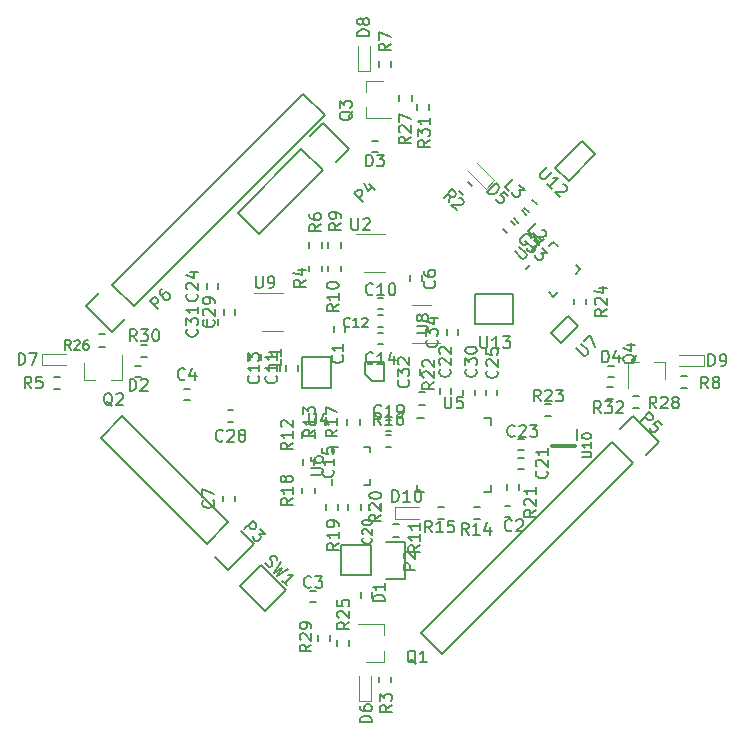
<source format=gbr>
G04 #@! TF.GenerationSoftware,KiCad,Pcbnew,5.0-dev-unknown-28f1209~61~ubuntu16.04.1*
G04 #@! TF.CreationDate,2018-02-18T17:05:59+01:00*
G04 #@! TF.ProjectId,roboy_crazyfly,726F626F795F6372617A79666C792E6B,rev?*
G04 #@! TF.SameCoordinates,Original*
G04 #@! TF.FileFunction,Legend,Top*
G04 #@! TF.FilePolarity,Positive*
%FSLAX46Y46*%
G04 Gerber Fmt 4.6, Leading zero omitted, Abs format (unit mm)*
G04 Created by KiCad (PCBNEW 5.0-dev-unknown-28f1209~61~ubuntu16.04.1) date Sun Feb 18 17:05:59 2018*
%MOMM*%
%LPD*%
G01*
G04 APERTURE LIST*
%ADD10C,0.150000*%
%ADD11C,0.120000*%
%ADD12C,0.350000*%
G04 APERTURE END LIST*
D10*
X127600000Y-97803949D02*
X118619744Y-88823693D01*
X118619744Y-88823693D02*
X116823693Y-90619744D01*
X116823693Y-90619744D02*
X125803949Y-99600000D01*
X129792031Y-99600000D02*
X128696016Y-98503984D01*
X127600000Y-97803949D02*
X125803949Y-99600000D01*
X126503984Y-100696016D02*
X127600000Y-101792031D01*
X127600000Y-101792031D02*
X129792031Y-99600000D01*
X137500000Y-81650000D02*
X137500000Y-81150000D01*
X136550000Y-81150000D02*
X136550000Y-81650000D01*
X151500000Y-96425000D02*
X151000000Y-96425000D01*
X151000000Y-97375000D02*
X151500000Y-97375000D01*
X135050000Y-103625000D02*
X134550000Y-103625000D01*
X134550000Y-104575000D02*
X135050000Y-104575000D01*
X124350000Y-86525000D02*
X123850000Y-86525000D01*
X123850000Y-87475000D02*
X124350000Y-87475000D01*
X143025000Y-76850000D02*
X143025000Y-77350000D01*
X143975000Y-77350000D02*
X143975000Y-76850000D01*
X127200000Y-95525000D02*
X127200000Y-96025000D01*
X128150000Y-96025000D02*
X128150000Y-95525000D01*
X140250000Y-79725000D02*
X140750000Y-79725000D01*
X140750000Y-78775000D02*
X140250000Y-78775000D01*
X132525000Y-84500000D02*
X132525000Y-85000000D01*
X133475000Y-85000000D02*
X133475000Y-84500000D01*
X140250000Y-81225000D02*
X140750000Y-81225000D01*
X140750000Y-80275000D02*
X140250000Y-80275000D01*
X131025000Y-84500000D02*
X131025000Y-85000000D01*
X131975000Y-85000000D02*
X131975000Y-84500000D01*
X140250000Y-82725000D02*
X140750000Y-82725000D01*
X140750000Y-81775000D02*
X140250000Y-81775000D01*
X134875000Y-92950000D02*
X134875000Y-92450000D01*
X133925000Y-92450000D02*
X133925000Y-92950000D01*
X141425000Y-89100000D02*
X140925000Y-89100000D01*
X140925000Y-90050000D02*
X141425000Y-90050000D01*
X140475000Y-96750000D02*
X140475000Y-96250000D01*
X139525000Y-96250000D02*
X139525000Y-96750000D01*
X152650000Y-92325000D02*
X152150000Y-92325000D01*
X152150000Y-93275000D02*
X152650000Y-93275000D01*
X145525000Y-86450000D02*
X145525000Y-86950000D01*
X146475000Y-86950000D02*
X146475000Y-86450000D01*
X152650000Y-90725000D02*
X152150000Y-90725000D01*
X152150000Y-91675000D02*
X152650000Y-91675000D01*
X125825000Y-77550000D02*
X125825000Y-78050000D01*
X126775000Y-78050000D02*
X126775000Y-77550000D01*
X149425000Y-86550000D02*
X149425000Y-87050000D01*
X150375000Y-87050000D02*
X150375000Y-86550000D01*
X127550000Y-89275000D02*
X128050000Y-89275000D01*
X128050000Y-88325000D02*
X127550000Y-88325000D01*
X127225000Y-79750000D02*
X127225000Y-80250000D01*
X128175000Y-80250000D02*
X128175000Y-79750000D01*
X148475000Y-87050000D02*
X148475000Y-86550000D01*
X147525000Y-86550000D02*
X147525000Y-87050000D01*
X125825000Y-80550000D02*
X125825000Y-81050000D01*
X126775000Y-81050000D02*
X126775000Y-80550000D01*
X142925000Y-84850000D02*
X142925000Y-85350000D01*
X143875000Y-85350000D02*
X143875000Y-84850000D01*
X150898439Y-72919093D02*
X151251992Y-73272646D01*
X151923743Y-72600895D02*
X151570190Y-72247342D01*
X146125000Y-81450000D02*
X146125000Y-81950000D01*
X147075000Y-81950000D02*
X147075000Y-81450000D01*
D11*
X149415685Y-69547792D02*
X150122792Y-68840685D01*
X150122792Y-68840685D02*
X148637868Y-67355761D01*
X149415685Y-69547792D02*
X147930761Y-68062868D01*
X138700000Y-112900000D02*
X139700000Y-112900000D01*
X139700000Y-112900000D02*
X139700000Y-110800000D01*
X138700000Y-112900000D02*
X138700000Y-110800000D01*
X111800000Y-83500000D02*
X111800000Y-84500000D01*
X111800000Y-84500000D02*
X113900000Y-84500000D01*
X111800000Y-83500000D02*
X113900000Y-83500000D01*
X138600000Y-59600000D02*
X139600000Y-59600000D01*
X139600000Y-59600000D02*
X139600000Y-57500000D01*
X138600000Y-59600000D02*
X138600000Y-57500000D01*
X167900000Y-84600000D02*
X167900000Y-83600000D01*
X167900000Y-83600000D02*
X165800000Y-83600000D01*
X167900000Y-84600000D02*
X165800000Y-84600000D01*
X141700000Y-96500000D02*
X141700000Y-97500000D01*
X141700000Y-97500000D02*
X143800000Y-97500000D01*
X141700000Y-96500000D02*
X143800000Y-96500000D01*
D10*
X142550000Y-99450000D02*
X141000000Y-99450000D01*
X137190000Y-99730000D02*
X139730000Y-99730000D01*
X139730000Y-99730000D02*
X139730000Y-102270000D01*
X141000000Y-102550000D02*
X142550000Y-102550000D01*
X142550000Y-102550000D02*
X142550000Y-99450000D01*
X139730000Y-102270000D02*
X137190000Y-102270000D01*
X137190000Y-102270000D02*
X137190000Y-99730000D01*
X135600000Y-67996051D02*
X130211846Y-73384205D01*
X133803949Y-66200000D02*
X128415795Y-71588154D01*
X135600000Y-64007969D02*
X134503984Y-65103984D01*
X130211846Y-73384205D02*
X128415795Y-71588154D01*
X133803949Y-66200000D02*
X135600000Y-67996051D01*
X136696016Y-67296016D02*
X137792031Y-66200000D01*
X137792031Y-66200000D02*
X135600000Y-64007969D01*
X160103949Y-91000000D02*
X143939488Y-107164461D01*
X143939488Y-107164461D02*
X145735539Y-108960512D01*
X145735539Y-108960512D02*
X161900000Y-92796051D01*
X161900000Y-88807969D02*
X160803984Y-89903984D01*
X160103949Y-91000000D02*
X161900000Y-92796051D01*
X162996016Y-92096016D02*
X164092031Y-91000000D01*
X164092031Y-91000000D02*
X161900000Y-88807969D01*
X119596051Y-79500000D02*
X135760512Y-63335539D01*
X135760512Y-63335539D02*
X133964461Y-61539488D01*
X133964461Y-61539488D02*
X117800000Y-77703949D01*
X117800000Y-81692031D02*
X118896016Y-80596016D01*
X119596051Y-79500000D02*
X117800000Y-77703949D01*
X116703984Y-78403984D02*
X115607969Y-79500000D01*
X115607969Y-79500000D02*
X117800000Y-81692031D01*
D11*
X140760000Y-109580000D02*
X140760000Y-108650000D01*
X140760000Y-106420000D02*
X140760000Y-107350000D01*
X140760000Y-106420000D02*
X138600000Y-106420000D01*
X140760000Y-109580000D02*
X139300000Y-109580000D01*
X115420000Y-85760000D02*
X116350000Y-85760000D01*
X118580000Y-85760000D02*
X117650000Y-85760000D01*
X118580000Y-85760000D02*
X118580000Y-83600000D01*
X115420000Y-85760000D02*
X115420000Y-84300000D01*
X139240000Y-60420000D02*
X139240000Y-61350000D01*
X139240000Y-63580000D02*
X139240000Y-62650000D01*
X139240000Y-63580000D02*
X141400000Y-63580000D01*
X139240000Y-60420000D02*
X140700000Y-60420000D01*
X164580000Y-84240000D02*
X163650000Y-84240000D01*
X161420000Y-84240000D02*
X162350000Y-84240000D01*
X161420000Y-84240000D02*
X161420000Y-86400000D01*
X164580000Y-84240000D02*
X164580000Y-85700000D01*
D10*
X147151992Y-69719454D02*
X147505546Y-70073008D01*
X148248008Y-69330546D02*
X147894454Y-68976992D01*
X141425000Y-111350000D02*
X141425000Y-110850000D01*
X140375000Y-110850000D02*
X140375000Y-111350000D01*
X135525000Y-76550000D02*
X135525000Y-76050000D01*
X134475000Y-76050000D02*
X134475000Y-76550000D01*
X113350000Y-85475000D02*
X112850000Y-85475000D01*
X112850000Y-86525000D02*
X113350000Y-86525000D01*
X134475000Y-74050000D02*
X134475000Y-74550000D01*
X135525000Y-74550000D02*
X135525000Y-74050000D01*
X141425000Y-59250000D02*
X141425000Y-58750000D01*
X140375000Y-58750000D02*
X140375000Y-59250000D01*
X165950000Y-86425000D02*
X166450000Y-86425000D01*
X166450000Y-85375000D02*
X165950000Y-85375000D01*
X136075000Y-74050000D02*
X136075000Y-74550000D01*
X137125000Y-74550000D02*
X137125000Y-74050000D01*
X137125000Y-76550000D02*
X137125000Y-76050000D01*
X136075000Y-76050000D02*
X136075000Y-76550000D01*
X142050000Y-97975000D02*
X141550000Y-97975000D01*
X141550000Y-99025000D02*
X142050000Y-99025000D01*
X133875000Y-90150000D02*
X133875000Y-90650000D01*
X134925000Y-90650000D02*
X134925000Y-90150000D01*
X135775000Y-89050000D02*
X135775000Y-89550000D01*
X136825000Y-89550000D02*
X136825000Y-89050000D01*
X148450000Y-97525000D02*
X148950000Y-97525000D01*
X148950000Y-96475000D02*
X148450000Y-96475000D01*
X145350000Y-97525000D02*
X145850000Y-97525000D01*
X145850000Y-96475000D02*
X145350000Y-96475000D01*
X141425000Y-90375000D02*
X140925000Y-90375000D01*
X140925000Y-91425000D02*
X141425000Y-91425000D01*
X137675000Y-89050000D02*
X137675000Y-89550000D01*
X138725000Y-89550000D02*
X138725000Y-89050000D01*
X133875000Y-94850000D02*
X133875000Y-95350000D01*
X134925000Y-95350000D02*
X134925000Y-94850000D01*
X136925000Y-96750000D02*
X136925000Y-96250000D01*
X135875000Y-96250000D02*
X135875000Y-96750000D01*
X138825000Y-96750000D02*
X138825000Y-96250000D01*
X137775000Y-96250000D02*
X137775000Y-96750000D01*
X151175000Y-94550000D02*
X151175000Y-95050000D01*
X152225000Y-95050000D02*
X152225000Y-94550000D01*
X143750000Y-87825000D02*
X144250000Y-87825000D01*
X144250000Y-86775000D02*
X143750000Y-86775000D01*
X154950000Y-87775000D02*
X154450000Y-87775000D01*
X154450000Y-88825000D02*
X154950000Y-88825000D01*
X157925000Y-79350000D02*
X157925000Y-78850000D01*
X156875000Y-78850000D02*
X156875000Y-79350000D01*
D11*
X139100000Y-76610000D02*
X140900000Y-76610000D01*
X140900000Y-73390000D02*
X138450000Y-73390000D01*
D10*
X139200000Y-85200000D02*
X139200000Y-84200000D01*
X139200000Y-84200000D02*
X140800000Y-84200000D01*
X140800000Y-84200000D02*
X140800000Y-85800000D01*
X140800000Y-85800000D02*
X139800000Y-85800000D01*
X139800000Y-85800000D02*
X139200000Y-85200000D01*
X133850000Y-83800000D02*
X136350000Y-83800000D01*
X136350000Y-83800000D02*
X136350000Y-86400000D01*
X136350000Y-86400000D02*
X133850000Y-86400000D01*
X133850000Y-86400000D02*
X133850000Y-83800000D01*
X149825000Y-88975000D02*
X149825000Y-89575000D01*
X143575000Y-95225000D02*
X143575000Y-94625000D01*
X149825000Y-95225000D02*
X149825000Y-94625000D01*
X143575000Y-88975000D02*
X144175000Y-88975000D01*
X143575000Y-95225000D02*
X144175000Y-95225000D01*
X149825000Y-95225000D02*
X149225000Y-95225000D01*
X149825000Y-88975000D02*
X149225000Y-88975000D01*
X136375000Y-91375000D02*
X136875000Y-91375000D01*
X139625000Y-94625000D02*
X139125000Y-94625000D01*
X139625000Y-91375000D02*
X139125000Y-91375000D01*
X136375000Y-94625000D02*
X136375000Y-94125000D01*
X139625000Y-94625000D02*
X139625000Y-94125000D01*
X139625000Y-91375000D02*
X139625000Y-91875000D01*
X136375000Y-91375000D02*
X136375000Y-91875000D01*
D11*
X144800000Y-79400000D02*
X143200000Y-79400000D01*
X143200000Y-82600000D02*
X145500000Y-82600000D01*
D10*
X157100000Y-89900000D02*
X157100000Y-90800000D01*
D12*
X157000000Y-91300000D02*
X155000000Y-91300000D01*
D10*
X155133794Y-74082144D02*
X155487347Y-74435697D01*
X155133794Y-78678338D02*
X154780241Y-78324785D01*
X157431891Y-76380241D02*
X157078338Y-76026688D01*
X152835697Y-76380241D02*
X153189250Y-76026688D01*
X155133794Y-78678338D02*
X155487347Y-78324785D01*
X157431891Y-76380241D02*
X157078338Y-76733794D01*
X155133794Y-74082144D02*
X154780241Y-74435697D01*
X139775000Y-104200000D02*
X139775000Y-103700000D01*
X138825000Y-103700000D02*
X138825000Y-104200000D01*
X119750000Y-85475000D02*
X120250000Y-85475000D01*
X120250000Y-84525000D02*
X119750000Y-84525000D01*
X140250000Y-65525000D02*
X139750000Y-65525000D01*
X139750000Y-66475000D02*
X140250000Y-66475000D01*
X160250000Y-84525000D02*
X159750000Y-84525000D01*
X159750000Y-85475000D02*
X160250000Y-85475000D01*
X130375000Y-84050000D02*
X130375000Y-83550000D01*
X129425000Y-83550000D02*
X129425000Y-84050000D01*
X151787348Y-72059099D02*
X152140901Y-72412652D01*
X152812652Y-71740901D02*
X152459099Y-71387348D01*
X152687348Y-71159099D02*
X153040901Y-71512652D01*
X153712652Y-70840901D02*
X153359099Y-70487348D01*
X136775000Y-107750000D02*
X136775000Y-108250000D01*
X137825000Y-108250000D02*
X137825000Y-107750000D01*
X117150000Y-81875000D02*
X116650000Y-81875000D01*
X116650000Y-82925000D02*
X117150000Y-82925000D01*
X143125000Y-62150000D02*
X143125000Y-61650000D01*
X142075000Y-61650000D02*
X142075000Y-62150000D01*
X162400000Y-87075000D02*
X161900000Y-87075000D01*
X161900000Y-88125000D02*
X162400000Y-88125000D01*
X135175000Y-107350000D02*
X135175000Y-107850000D01*
X136225000Y-107850000D02*
X136225000Y-107350000D01*
X120750000Y-82775000D02*
X120250000Y-82775000D01*
X120250000Y-83825000D02*
X120750000Y-83825000D01*
X144625000Y-62850000D02*
X144625000Y-62350000D01*
X143575000Y-62350000D02*
X143575000Y-62850000D01*
X159700000Y-87375000D02*
X160200000Y-87375000D01*
X160200000Y-86325000D02*
X159700000Y-86325000D01*
D11*
X130481500Y-81556500D02*
X132281500Y-81556500D01*
X132281500Y-78336500D02*
X129831500Y-78336500D01*
D10*
X155302944Y-67765685D02*
X157565685Y-65502944D01*
X157565685Y-65502944D02*
X158697056Y-66634315D01*
X158697056Y-66634315D02*
X156434315Y-68897056D01*
X156434315Y-68897056D02*
X155302944Y-67765685D01*
X130741421Y-105279899D02*
X128620101Y-103158579D01*
X128620101Y-103158579D02*
X130387868Y-101390812D01*
X130387868Y-101390812D02*
X132509188Y-103512132D01*
X132509188Y-103512132D02*
X130741421Y-105279899D01*
X151700000Y-78500000D02*
X148500000Y-78500000D01*
X148500000Y-81000000D02*
X148500000Y-78500000D01*
X151700000Y-78500000D02*
X151700000Y-81000000D01*
X148500000Y-81000000D02*
X151700000Y-81000000D01*
X154956497Y-81722183D02*
X156370711Y-80307969D01*
X156370711Y-80307969D02*
X157219239Y-81156497D01*
X157219239Y-81156497D02*
X155805025Y-82570711D01*
X155805025Y-82570711D02*
X154956497Y-81722183D01*
X128958206Y-98397969D02*
X129665312Y-97690862D01*
X129934687Y-97960236D01*
X129968358Y-98061251D01*
X129968358Y-98128595D01*
X129934687Y-98229610D01*
X129833671Y-98330625D01*
X129732656Y-98364297D01*
X129665312Y-98364297D01*
X129564297Y-98330625D01*
X129294923Y-98061251D01*
X130305076Y-98330625D02*
X130742809Y-98768358D01*
X130237732Y-98802030D01*
X130338748Y-98903045D01*
X130372419Y-99004061D01*
X130372419Y-99071404D01*
X130338748Y-99172419D01*
X130170389Y-99340778D01*
X130069374Y-99374450D01*
X130002030Y-99374450D01*
X129901015Y-99340778D01*
X129698984Y-99138748D01*
X129665312Y-99037732D01*
X129665312Y-98970389D01*
X137257142Y-83666666D02*
X137304761Y-83714285D01*
X137352380Y-83857142D01*
X137352380Y-83952380D01*
X137304761Y-84095238D01*
X137209523Y-84190476D01*
X137114285Y-84238095D01*
X136923809Y-84285714D01*
X136780952Y-84285714D01*
X136590476Y-84238095D01*
X136495238Y-84190476D01*
X136400000Y-84095238D01*
X136352380Y-83952380D01*
X136352380Y-83857142D01*
X136400000Y-83714285D01*
X136447619Y-83666666D01*
X137352380Y-82714285D02*
X137352380Y-83285714D01*
X137352380Y-83000000D02*
X136352380Y-83000000D01*
X136495238Y-83095238D01*
X136590476Y-83190476D01*
X136638095Y-83285714D01*
X151633333Y-98457142D02*
X151585714Y-98504761D01*
X151442857Y-98552380D01*
X151347619Y-98552380D01*
X151204761Y-98504761D01*
X151109523Y-98409523D01*
X151061904Y-98314285D01*
X151014285Y-98123809D01*
X151014285Y-97980952D01*
X151061904Y-97790476D01*
X151109523Y-97695238D01*
X151204761Y-97600000D01*
X151347619Y-97552380D01*
X151442857Y-97552380D01*
X151585714Y-97600000D01*
X151633333Y-97647619D01*
X152014285Y-97647619D02*
X152061904Y-97600000D01*
X152157142Y-97552380D01*
X152395238Y-97552380D01*
X152490476Y-97600000D01*
X152538095Y-97647619D01*
X152585714Y-97742857D01*
X152585714Y-97838095D01*
X152538095Y-97980952D01*
X151966666Y-98552380D01*
X152585714Y-98552380D01*
X134633333Y-103257142D02*
X134585714Y-103304761D01*
X134442857Y-103352380D01*
X134347619Y-103352380D01*
X134204761Y-103304761D01*
X134109523Y-103209523D01*
X134061904Y-103114285D01*
X134014285Y-102923809D01*
X134014285Y-102780952D01*
X134061904Y-102590476D01*
X134109523Y-102495238D01*
X134204761Y-102400000D01*
X134347619Y-102352380D01*
X134442857Y-102352380D01*
X134585714Y-102400000D01*
X134633333Y-102447619D01*
X134966666Y-102352380D02*
X135585714Y-102352380D01*
X135252380Y-102733333D01*
X135395238Y-102733333D01*
X135490476Y-102780952D01*
X135538095Y-102828571D01*
X135585714Y-102923809D01*
X135585714Y-103161904D01*
X135538095Y-103257142D01*
X135490476Y-103304761D01*
X135395238Y-103352380D01*
X135109523Y-103352380D01*
X135014285Y-103304761D01*
X134966666Y-103257142D01*
X123933333Y-85657142D02*
X123885714Y-85704761D01*
X123742857Y-85752380D01*
X123647619Y-85752380D01*
X123504761Y-85704761D01*
X123409523Y-85609523D01*
X123361904Y-85514285D01*
X123314285Y-85323809D01*
X123314285Y-85180952D01*
X123361904Y-84990476D01*
X123409523Y-84895238D01*
X123504761Y-84800000D01*
X123647619Y-84752380D01*
X123742857Y-84752380D01*
X123885714Y-84800000D01*
X123933333Y-84847619D01*
X124790476Y-85085714D02*
X124790476Y-85752380D01*
X124552380Y-84704761D02*
X124314285Y-85419047D01*
X124933333Y-85419047D01*
X145057142Y-77366666D02*
X145104761Y-77414285D01*
X145152380Y-77557142D01*
X145152380Y-77652380D01*
X145104761Y-77795238D01*
X145009523Y-77890476D01*
X144914285Y-77938095D01*
X144723809Y-77985714D01*
X144580952Y-77985714D01*
X144390476Y-77938095D01*
X144295238Y-77890476D01*
X144200000Y-77795238D01*
X144152380Y-77652380D01*
X144152380Y-77557142D01*
X144200000Y-77414285D01*
X144247619Y-77366666D01*
X144152380Y-76509523D02*
X144152380Y-76700000D01*
X144200000Y-76795238D01*
X144247619Y-76842857D01*
X144390476Y-76938095D01*
X144580952Y-76985714D01*
X144961904Y-76985714D01*
X145057142Y-76938095D01*
X145104761Y-76890476D01*
X145152380Y-76795238D01*
X145152380Y-76604761D01*
X145104761Y-76509523D01*
X145057142Y-76461904D01*
X144961904Y-76414285D01*
X144723809Y-76414285D01*
X144628571Y-76461904D01*
X144580952Y-76509523D01*
X144533333Y-76604761D01*
X144533333Y-76795238D01*
X144580952Y-76890476D01*
X144628571Y-76938095D01*
X144723809Y-76985714D01*
X126332142Y-95941666D02*
X126379761Y-95989285D01*
X126427380Y-96132142D01*
X126427380Y-96227380D01*
X126379761Y-96370238D01*
X126284523Y-96465476D01*
X126189285Y-96513095D01*
X125998809Y-96560714D01*
X125855952Y-96560714D01*
X125665476Y-96513095D01*
X125570238Y-96465476D01*
X125475000Y-96370238D01*
X125427380Y-96227380D01*
X125427380Y-96132142D01*
X125475000Y-95989285D01*
X125522619Y-95941666D01*
X125427380Y-95608333D02*
X125427380Y-94941666D01*
X126427380Y-95370238D01*
X139857142Y-78457142D02*
X139809523Y-78504761D01*
X139666666Y-78552380D01*
X139571428Y-78552380D01*
X139428571Y-78504761D01*
X139333333Y-78409523D01*
X139285714Y-78314285D01*
X139238095Y-78123809D01*
X139238095Y-77980952D01*
X139285714Y-77790476D01*
X139333333Y-77695238D01*
X139428571Y-77600000D01*
X139571428Y-77552380D01*
X139666666Y-77552380D01*
X139809523Y-77600000D01*
X139857142Y-77647619D01*
X140809523Y-78552380D02*
X140238095Y-78552380D01*
X140523809Y-78552380D02*
X140523809Y-77552380D01*
X140428571Y-77695238D01*
X140333333Y-77790476D01*
X140238095Y-77838095D01*
X141428571Y-77552380D02*
X141523809Y-77552380D01*
X141619047Y-77600000D01*
X141666666Y-77647619D01*
X141714285Y-77742857D01*
X141761904Y-77933333D01*
X141761904Y-78171428D01*
X141714285Y-78361904D01*
X141666666Y-78457142D01*
X141619047Y-78504761D01*
X141523809Y-78552380D01*
X141428571Y-78552380D01*
X141333333Y-78504761D01*
X141285714Y-78457142D01*
X141238095Y-78361904D01*
X141190476Y-78171428D01*
X141190476Y-77933333D01*
X141238095Y-77742857D01*
X141285714Y-77647619D01*
X141333333Y-77600000D01*
X141428571Y-77552380D01*
X131657142Y-85392857D02*
X131704761Y-85440476D01*
X131752380Y-85583333D01*
X131752380Y-85678571D01*
X131704761Y-85821428D01*
X131609523Y-85916666D01*
X131514285Y-85964285D01*
X131323809Y-86011904D01*
X131180952Y-86011904D01*
X130990476Y-85964285D01*
X130895238Y-85916666D01*
X130800000Y-85821428D01*
X130752380Y-85678571D01*
X130752380Y-85583333D01*
X130800000Y-85440476D01*
X130847619Y-85392857D01*
X131752380Y-84440476D02*
X131752380Y-85011904D01*
X131752380Y-84726190D02*
X130752380Y-84726190D01*
X130895238Y-84821428D01*
X130990476Y-84916666D01*
X131038095Y-85011904D01*
X131752380Y-83488095D02*
X131752380Y-84059523D01*
X131752380Y-83773809D02*
X130752380Y-83773809D01*
X130895238Y-83869047D01*
X130990476Y-83964285D01*
X131038095Y-84059523D01*
X137885714Y-81185714D02*
X137847619Y-81223809D01*
X137733333Y-81261904D01*
X137657142Y-81261904D01*
X137542857Y-81223809D01*
X137466666Y-81147619D01*
X137428571Y-81071428D01*
X137390476Y-80919047D01*
X137390476Y-80804761D01*
X137428571Y-80652380D01*
X137466666Y-80576190D01*
X137542857Y-80500000D01*
X137657142Y-80461904D01*
X137733333Y-80461904D01*
X137847619Y-80500000D01*
X137885714Y-80538095D01*
X138647619Y-81261904D02*
X138190476Y-81261904D01*
X138419047Y-81261904D02*
X138419047Y-80461904D01*
X138342857Y-80576190D01*
X138266666Y-80652380D01*
X138190476Y-80690476D01*
X138952380Y-80538095D02*
X138990476Y-80500000D01*
X139066666Y-80461904D01*
X139257142Y-80461904D01*
X139333333Y-80500000D01*
X139371428Y-80538095D01*
X139409523Y-80614285D01*
X139409523Y-80690476D01*
X139371428Y-80804761D01*
X138914285Y-81261904D01*
X139409523Y-81261904D01*
X130157142Y-85392857D02*
X130204761Y-85440476D01*
X130252380Y-85583333D01*
X130252380Y-85678571D01*
X130204761Y-85821428D01*
X130109523Y-85916666D01*
X130014285Y-85964285D01*
X129823809Y-86011904D01*
X129680952Y-86011904D01*
X129490476Y-85964285D01*
X129395238Y-85916666D01*
X129300000Y-85821428D01*
X129252380Y-85678571D01*
X129252380Y-85583333D01*
X129300000Y-85440476D01*
X129347619Y-85392857D01*
X130252380Y-84440476D02*
X130252380Y-85011904D01*
X130252380Y-84726190D02*
X129252380Y-84726190D01*
X129395238Y-84821428D01*
X129490476Y-84916666D01*
X129538095Y-85011904D01*
X129252380Y-84107142D02*
X129252380Y-83488095D01*
X129633333Y-83821428D01*
X129633333Y-83678571D01*
X129680952Y-83583333D01*
X129728571Y-83535714D01*
X129823809Y-83488095D01*
X130061904Y-83488095D01*
X130157142Y-83535714D01*
X130204761Y-83583333D01*
X130252380Y-83678571D01*
X130252380Y-83964285D01*
X130204761Y-84059523D01*
X130157142Y-84107142D01*
X139857142Y-84307142D02*
X139809523Y-84354761D01*
X139666666Y-84402380D01*
X139571428Y-84402380D01*
X139428571Y-84354761D01*
X139333333Y-84259523D01*
X139285714Y-84164285D01*
X139238095Y-83973809D01*
X139238095Y-83830952D01*
X139285714Y-83640476D01*
X139333333Y-83545238D01*
X139428571Y-83450000D01*
X139571428Y-83402380D01*
X139666666Y-83402380D01*
X139809523Y-83450000D01*
X139857142Y-83497619D01*
X140809523Y-84402380D02*
X140238095Y-84402380D01*
X140523809Y-84402380D02*
X140523809Y-83402380D01*
X140428571Y-83545238D01*
X140333333Y-83640476D01*
X140238095Y-83688095D01*
X141666666Y-83735714D02*
X141666666Y-84402380D01*
X141428571Y-83354761D02*
X141190476Y-84069047D01*
X141809523Y-84069047D01*
X136457142Y-93342857D02*
X136504761Y-93390476D01*
X136552380Y-93533333D01*
X136552380Y-93628571D01*
X136504761Y-93771428D01*
X136409523Y-93866666D01*
X136314285Y-93914285D01*
X136123809Y-93961904D01*
X135980952Y-93961904D01*
X135790476Y-93914285D01*
X135695238Y-93866666D01*
X135600000Y-93771428D01*
X135552380Y-93628571D01*
X135552380Y-93533333D01*
X135600000Y-93390476D01*
X135647619Y-93342857D01*
X136552380Y-92390476D02*
X136552380Y-92961904D01*
X136552380Y-92676190D02*
X135552380Y-92676190D01*
X135695238Y-92771428D01*
X135790476Y-92866666D01*
X135838095Y-92961904D01*
X135552380Y-91485714D02*
X135552380Y-91961904D01*
X136028571Y-92009523D01*
X135980952Y-91961904D01*
X135933333Y-91866666D01*
X135933333Y-91628571D01*
X135980952Y-91533333D01*
X136028571Y-91485714D01*
X136123809Y-91438095D01*
X136361904Y-91438095D01*
X136457142Y-91485714D01*
X136504761Y-91533333D01*
X136552380Y-91628571D01*
X136552380Y-91866666D01*
X136504761Y-91961904D01*
X136457142Y-92009523D01*
X140557142Y-88757142D02*
X140509523Y-88804761D01*
X140366666Y-88852380D01*
X140271428Y-88852380D01*
X140128571Y-88804761D01*
X140033333Y-88709523D01*
X139985714Y-88614285D01*
X139938095Y-88423809D01*
X139938095Y-88280952D01*
X139985714Y-88090476D01*
X140033333Y-87995238D01*
X140128571Y-87900000D01*
X140271428Y-87852380D01*
X140366666Y-87852380D01*
X140509523Y-87900000D01*
X140557142Y-87947619D01*
X141509523Y-88852380D02*
X140938095Y-88852380D01*
X141223809Y-88852380D02*
X141223809Y-87852380D01*
X141128571Y-87995238D01*
X141033333Y-88090476D01*
X140938095Y-88138095D01*
X141985714Y-88852380D02*
X142176190Y-88852380D01*
X142271428Y-88804761D01*
X142319047Y-88757142D01*
X142414285Y-88614285D01*
X142461904Y-88423809D01*
X142461904Y-88042857D01*
X142414285Y-87947619D01*
X142366666Y-87900000D01*
X142271428Y-87852380D01*
X142080952Y-87852380D01*
X141985714Y-87900000D01*
X141938095Y-87947619D01*
X141890476Y-88042857D01*
X141890476Y-88280952D01*
X141938095Y-88376190D01*
X141985714Y-88423809D01*
X142080952Y-88471428D01*
X142271428Y-88471428D01*
X142366666Y-88423809D01*
X142414285Y-88376190D01*
X142461904Y-88280952D01*
X139685714Y-99114285D02*
X139723809Y-99152380D01*
X139761904Y-99266666D01*
X139761904Y-99342857D01*
X139723809Y-99457142D01*
X139647619Y-99533333D01*
X139571428Y-99571428D01*
X139419047Y-99609523D01*
X139304761Y-99609523D01*
X139152380Y-99571428D01*
X139076190Y-99533333D01*
X139000000Y-99457142D01*
X138961904Y-99342857D01*
X138961904Y-99266666D01*
X139000000Y-99152380D01*
X139038095Y-99114285D01*
X139038095Y-98809523D02*
X139000000Y-98771428D01*
X138961904Y-98695238D01*
X138961904Y-98504761D01*
X139000000Y-98428571D01*
X139038095Y-98390476D01*
X139114285Y-98352380D01*
X139190476Y-98352380D01*
X139304761Y-98390476D01*
X139761904Y-98847619D01*
X139761904Y-98352380D01*
X138961904Y-97857142D02*
X138961904Y-97780952D01*
X139000000Y-97704761D01*
X139038095Y-97666666D01*
X139114285Y-97628571D01*
X139266666Y-97590476D01*
X139457142Y-97590476D01*
X139609523Y-97628571D01*
X139685714Y-97666666D01*
X139723809Y-97704761D01*
X139761904Y-97780952D01*
X139761904Y-97857142D01*
X139723809Y-97933333D01*
X139685714Y-97971428D01*
X139609523Y-98009523D01*
X139457142Y-98047619D01*
X139266666Y-98047619D01*
X139114285Y-98009523D01*
X139038095Y-97971428D01*
X139000000Y-97933333D01*
X138961904Y-97857142D01*
X154557142Y-93442857D02*
X154604761Y-93490476D01*
X154652380Y-93633333D01*
X154652380Y-93728571D01*
X154604761Y-93871428D01*
X154509523Y-93966666D01*
X154414285Y-94014285D01*
X154223809Y-94061904D01*
X154080952Y-94061904D01*
X153890476Y-94014285D01*
X153795238Y-93966666D01*
X153700000Y-93871428D01*
X153652380Y-93728571D01*
X153652380Y-93633333D01*
X153700000Y-93490476D01*
X153747619Y-93442857D01*
X153747619Y-93061904D02*
X153700000Y-93014285D01*
X153652380Y-92919047D01*
X153652380Y-92680952D01*
X153700000Y-92585714D01*
X153747619Y-92538095D01*
X153842857Y-92490476D01*
X153938095Y-92490476D01*
X154080952Y-92538095D01*
X154652380Y-93109523D01*
X154652380Y-92490476D01*
X154652380Y-91538095D02*
X154652380Y-92109523D01*
X154652380Y-91823809D02*
X153652380Y-91823809D01*
X153795238Y-91919047D01*
X153890476Y-92014285D01*
X153938095Y-92109523D01*
X146357142Y-84842857D02*
X146404761Y-84890476D01*
X146452380Y-85033333D01*
X146452380Y-85128571D01*
X146404761Y-85271428D01*
X146309523Y-85366666D01*
X146214285Y-85414285D01*
X146023809Y-85461904D01*
X145880952Y-85461904D01*
X145690476Y-85414285D01*
X145595238Y-85366666D01*
X145500000Y-85271428D01*
X145452380Y-85128571D01*
X145452380Y-85033333D01*
X145500000Y-84890476D01*
X145547619Y-84842857D01*
X145547619Y-84461904D02*
X145500000Y-84414285D01*
X145452380Y-84319047D01*
X145452380Y-84080952D01*
X145500000Y-83985714D01*
X145547619Y-83938095D01*
X145642857Y-83890476D01*
X145738095Y-83890476D01*
X145880952Y-83938095D01*
X146452380Y-84509523D01*
X146452380Y-83890476D01*
X145547619Y-83509523D02*
X145500000Y-83461904D01*
X145452380Y-83366666D01*
X145452380Y-83128571D01*
X145500000Y-83033333D01*
X145547619Y-82985714D01*
X145642857Y-82938095D01*
X145738095Y-82938095D01*
X145880952Y-82985714D01*
X146452380Y-83557142D01*
X146452380Y-82938095D01*
X151857142Y-90457142D02*
X151809523Y-90504761D01*
X151666666Y-90552380D01*
X151571428Y-90552380D01*
X151428571Y-90504761D01*
X151333333Y-90409523D01*
X151285714Y-90314285D01*
X151238095Y-90123809D01*
X151238095Y-89980952D01*
X151285714Y-89790476D01*
X151333333Y-89695238D01*
X151428571Y-89600000D01*
X151571428Y-89552380D01*
X151666666Y-89552380D01*
X151809523Y-89600000D01*
X151857142Y-89647619D01*
X152238095Y-89647619D02*
X152285714Y-89600000D01*
X152380952Y-89552380D01*
X152619047Y-89552380D01*
X152714285Y-89600000D01*
X152761904Y-89647619D01*
X152809523Y-89742857D01*
X152809523Y-89838095D01*
X152761904Y-89980952D01*
X152190476Y-90552380D01*
X152809523Y-90552380D01*
X153142857Y-89552380D02*
X153761904Y-89552380D01*
X153428571Y-89933333D01*
X153571428Y-89933333D01*
X153666666Y-89980952D01*
X153714285Y-90028571D01*
X153761904Y-90123809D01*
X153761904Y-90361904D01*
X153714285Y-90457142D01*
X153666666Y-90504761D01*
X153571428Y-90552380D01*
X153285714Y-90552380D01*
X153190476Y-90504761D01*
X153142857Y-90457142D01*
X124957142Y-78442857D02*
X125004761Y-78490476D01*
X125052380Y-78633333D01*
X125052380Y-78728571D01*
X125004761Y-78871428D01*
X124909523Y-78966666D01*
X124814285Y-79014285D01*
X124623809Y-79061904D01*
X124480952Y-79061904D01*
X124290476Y-79014285D01*
X124195238Y-78966666D01*
X124100000Y-78871428D01*
X124052380Y-78728571D01*
X124052380Y-78633333D01*
X124100000Y-78490476D01*
X124147619Y-78442857D01*
X124147619Y-78061904D02*
X124100000Y-78014285D01*
X124052380Y-77919047D01*
X124052380Y-77680952D01*
X124100000Y-77585714D01*
X124147619Y-77538095D01*
X124242857Y-77490476D01*
X124338095Y-77490476D01*
X124480952Y-77538095D01*
X125052380Y-78109523D01*
X125052380Y-77490476D01*
X124385714Y-76633333D02*
X125052380Y-76633333D01*
X124004761Y-76871428D02*
X124719047Y-77109523D01*
X124719047Y-76490476D01*
X150357142Y-84942857D02*
X150404761Y-84990476D01*
X150452380Y-85133333D01*
X150452380Y-85228571D01*
X150404761Y-85371428D01*
X150309523Y-85466666D01*
X150214285Y-85514285D01*
X150023809Y-85561904D01*
X149880952Y-85561904D01*
X149690476Y-85514285D01*
X149595238Y-85466666D01*
X149500000Y-85371428D01*
X149452380Y-85228571D01*
X149452380Y-85133333D01*
X149500000Y-84990476D01*
X149547619Y-84942857D01*
X149547619Y-84561904D02*
X149500000Y-84514285D01*
X149452380Y-84419047D01*
X149452380Y-84180952D01*
X149500000Y-84085714D01*
X149547619Y-84038095D01*
X149642857Y-83990476D01*
X149738095Y-83990476D01*
X149880952Y-84038095D01*
X150452380Y-84609523D01*
X150452380Y-83990476D01*
X149452380Y-83085714D02*
X149452380Y-83561904D01*
X149928571Y-83609523D01*
X149880952Y-83561904D01*
X149833333Y-83466666D01*
X149833333Y-83228571D01*
X149880952Y-83133333D01*
X149928571Y-83085714D01*
X150023809Y-83038095D01*
X150261904Y-83038095D01*
X150357142Y-83085714D01*
X150404761Y-83133333D01*
X150452380Y-83228571D01*
X150452380Y-83466666D01*
X150404761Y-83561904D01*
X150357142Y-83609523D01*
X127157142Y-90857142D02*
X127109523Y-90904761D01*
X126966666Y-90952380D01*
X126871428Y-90952380D01*
X126728571Y-90904761D01*
X126633333Y-90809523D01*
X126585714Y-90714285D01*
X126538095Y-90523809D01*
X126538095Y-90380952D01*
X126585714Y-90190476D01*
X126633333Y-90095238D01*
X126728571Y-90000000D01*
X126871428Y-89952380D01*
X126966666Y-89952380D01*
X127109523Y-90000000D01*
X127157142Y-90047619D01*
X127538095Y-90047619D02*
X127585714Y-90000000D01*
X127680952Y-89952380D01*
X127919047Y-89952380D01*
X128014285Y-90000000D01*
X128061904Y-90047619D01*
X128109523Y-90142857D01*
X128109523Y-90238095D01*
X128061904Y-90380952D01*
X127490476Y-90952380D01*
X128109523Y-90952380D01*
X128680952Y-90380952D02*
X128585714Y-90333333D01*
X128538095Y-90285714D01*
X128490476Y-90190476D01*
X128490476Y-90142857D01*
X128538095Y-90047619D01*
X128585714Y-90000000D01*
X128680952Y-89952380D01*
X128871428Y-89952380D01*
X128966666Y-90000000D01*
X129014285Y-90047619D01*
X129061904Y-90142857D01*
X129061904Y-90190476D01*
X129014285Y-90285714D01*
X128966666Y-90333333D01*
X128871428Y-90380952D01*
X128680952Y-90380952D01*
X128585714Y-90428571D01*
X128538095Y-90476190D01*
X128490476Y-90571428D01*
X128490476Y-90761904D01*
X128538095Y-90857142D01*
X128585714Y-90904761D01*
X128680952Y-90952380D01*
X128871428Y-90952380D01*
X128966666Y-90904761D01*
X129014285Y-90857142D01*
X129061904Y-90761904D01*
X129061904Y-90571428D01*
X129014285Y-90476190D01*
X128966666Y-90428571D01*
X128871428Y-90380952D01*
X126357142Y-80642857D02*
X126404761Y-80690476D01*
X126452380Y-80833333D01*
X126452380Y-80928571D01*
X126404761Y-81071428D01*
X126309523Y-81166666D01*
X126214285Y-81214285D01*
X126023809Y-81261904D01*
X125880952Y-81261904D01*
X125690476Y-81214285D01*
X125595238Y-81166666D01*
X125500000Y-81071428D01*
X125452380Y-80928571D01*
X125452380Y-80833333D01*
X125500000Y-80690476D01*
X125547619Y-80642857D01*
X125547619Y-80261904D02*
X125500000Y-80214285D01*
X125452380Y-80119047D01*
X125452380Y-79880952D01*
X125500000Y-79785714D01*
X125547619Y-79738095D01*
X125642857Y-79690476D01*
X125738095Y-79690476D01*
X125880952Y-79738095D01*
X126452380Y-80309523D01*
X126452380Y-79690476D01*
X126452380Y-79214285D02*
X126452380Y-79023809D01*
X126404761Y-78928571D01*
X126357142Y-78880952D01*
X126214285Y-78785714D01*
X126023809Y-78738095D01*
X125642857Y-78738095D01*
X125547619Y-78785714D01*
X125500000Y-78833333D01*
X125452380Y-78928571D01*
X125452380Y-79119047D01*
X125500000Y-79214285D01*
X125547619Y-79261904D01*
X125642857Y-79309523D01*
X125880952Y-79309523D01*
X125976190Y-79261904D01*
X126023809Y-79214285D01*
X126071428Y-79119047D01*
X126071428Y-78928571D01*
X126023809Y-78833333D01*
X125976190Y-78785714D01*
X125880952Y-78738095D01*
X148557142Y-84842857D02*
X148604761Y-84890476D01*
X148652380Y-85033333D01*
X148652380Y-85128571D01*
X148604761Y-85271428D01*
X148509523Y-85366666D01*
X148414285Y-85414285D01*
X148223809Y-85461904D01*
X148080952Y-85461904D01*
X147890476Y-85414285D01*
X147795238Y-85366666D01*
X147700000Y-85271428D01*
X147652380Y-85128571D01*
X147652380Y-85033333D01*
X147700000Y-84890476D01*
X147747619Y-84842857D01*
X147652380Y-84509523D02*
X147652380Y-83890476D01*
X148033333Y-84223809D01*
X148033333Y-84080952D01*
X148080952Y-83985714D01*
X148128571Y-83938095D01*
X148223809Y-83890476D01*
X148461904Y-83890476D01*
X148557142Y-83938095D01*
X148604761Y-83985714D01*
X148652380Y-84080952D01*
X148652380Y-84366666D01*
X148604761Y-84461904D01*
X148557142Y-84509523D01*
X147652380Y-83271428D02*
X147652380Y-83176190D01*
X147700000Y-83080952D01*
X147747619Y-83033333D01*
X147842857Y-82985714D01*
X148033333Y-82938095D01*
X148271428Y-82938095D01*
X148461904Y-82985714D01*
X148557142Y-83033333D01*
X148604761Y-83080952D01*
X148652380Y-83176190D01*
X148652380Y-83271428D01*
X148604761Y-83366666D01*
X148557142Y-83414285D01*
X148461904Y-83461904D01*
X148271428Y-83509523D01*
X148033333Y-83509523D01*
X147842857Y-83461904D01*
X147747619Y-83414285D01*
X147700000Y-83366666D01*
X147652380Y-83271428D01*
X124957142Y-81442857D02*
X125004761Y-81490476D01*
X125052380Y-81633333D01*
X125052380Y-81728571D01*
X125004761Y-81871428D01*
X124909523Y-81966666D01*
X124814285Y-82014285D01*
X124623809Y-82061904D01*
X124480952Y-82061904D01*
X124290476Y-82014285D01*
X124195238Y-81966666D01*
X124100000Y-81871428D01*
X124052380Y-81728571D01*
X124052380Y-81633333D01*
X124100000Y-81490476D01*
X124147619Y-81442857D01*
X124052380Y-81109523D02*
X124052380Y-80490476D01*
X124433333Y-80823809D01*
X124433333Y-80680952D01*
X124480952Y-80585714D01*
X124528571Y-80538095D01*
X124623809Y-80490476D01*
X124861904Y-80490476D01*
X124957142Y-80538095D01*
X125004761Y-80585714D01*
X125052380Y-80680952D01*
X125052380Y-80966666D01*
X125004761Y-81061904D01*
X124957142Y-81109523D01*
X125052380Y-79538095D02*
X125052380Y-80109523D01*
X125052380Y-79823809D02*
X124052380Y-79823809D01*
X124195238Y-79919047D01*
X124290476Y-80014285D01*
X124338095Y-80109523D01*
X142857142Y-85742857D02*
X142904761Y-85790476D01*
X142952380Y-85933333D01*
X142952380Y-86028571D01*
X142904761Y-86171428D01*
X142809523Y-86266666D01*
X142714285Y-86314285D01*
X142523809Y-86361904D01*
X142380952Y-86361904D01*
X142190476Y-86314285D01*
X142095238Y-86266666D01*
X142000000Y-86171428D01*
X141952380Y-86028571D01*
X141952380Y-85933333D01*
X142000000Y-85790476D01*
X142047619Y-85742857D01*
X141952380Y-85409523D02*
X141952380Y-84790476D01*
X142333333Y-85123809D01*
X142333333Y-84980952D01*
X142380952Y-84885714D01*
X142428571Y-84838095D01*
X142523809Y-84790476D01*
X142761904Y-84790476D01*
X142857142Y-84838095D01*
X142904761Y-84885714D01*
X142952380Y-84980952D01*
X142952380Y-85266666D01*
X142904761Y-85361904D01*
X142857142Y-85409523D01*
X142047619Y-84409523D02*
X142000000Y-84361904D01*
X141952380Y-84266666D01*
X141952380Y-84028571D01*
X142000000Y-83933333D01*
X142047619Y-83885714D01*
X142142857Y-83838095D01*
X142238095Y-83838095D01*
X142380952Y-83885714D01*
X142952380Y-84457142D01*
X142952380Y-83838095D01*
X152648528Y-74290375D02*
X152581184Y-74290375D01*
X152446497Y-74223031D01*
X152379154Y-74155688D01*
X152311810Y-74021001D01*
X152311810Y-73886314D01*
X152345482Y-73785299D01*
X152446497Y-73616940D01*
X152547512Y-73515925D01*
X152715871Y-73414909D01*
X152816886Y-73381238D01*
X152951573Y-73381238D01*
X153086260Y-73448581D01*
X153153604Y-73515925D01*
X153220947Y-73650612D01*
X153220947Y-73717955D01*
X153523993Y-73886314D02*
X153961726Y-74324047D01*
X153456650Y-74357718D01*
X153557665Y-74458734D01*
X153591337Y-74559749D01*
X153591337Y-74627093D01*
X153557665Y-74728108D01*
X153389306Y-74896467D01*
X153288291Y-74930138D01*
X153220947Y-74930138D01*
X153119932Y-74896467D01*
X152917902Y-74694436D01*
X152884230Y-74593421D01*
X152884230Y-74526077D01*
X154197428Y-74559749D02*
X154635161Y-74997482D01*
X154130085Y-75031154D01*
X154231100Y-75132169D01*
X154264772Y-75233184D01*
X154264772Y-75300528D01*
X154231100Y-75401543D01*
X154062741Y-75569902D01*
X153961726Y-75603573D01*
X153894383Y-75603573D01*
X153793367Y-75569902D01*
X153591337Y-75367871D01*
X153557665Y-75266856D01*
X153557665Y-75199512D01*
X145257142Y-82342857D02*
X145304761Y-82390476D01*
X145352380Y-82533333D01*
X145352380Y-82628571D01*
X145304761Y-82771428D01*
X145209523Y-82866666D01*
X145114285Y-82914285D01*
X144923809Y-82961904D01*
X144780952Y-82961904D01*
X144590476Y-82914285D01*
X144495238Y-82866666D01*
X144400000Y-82771428D01*
X144352380Y-82628571D01*
X144352380Y-82533333D01*
X144400000Y-82390476D01*
X144447619Y-82342857D01*
X144352380Y-82009523D02*
X144352380Y-81390476D01*
X144733333Y-81723809D01*
X144733333Y-81580952D01*
X144780952Y-81485714D01*
X144828571Y-81438095D01*
X144923809Y-81390476D01*
X145161904Y-81390476D01*
X145257142Y-81438095D01*
X145304761Y-81485714D01*
X145352380Y-81580952D01*
X145352380Y-81866666D01*
X145304761Y-81961904D01*
X145257142Y-82009523D01*
X144685714Y-80533333D02*
X145352380Y-80533333D01*
X144304761Y-80771428D02*
X145019047Y-81009523D01*
X145019047Y-80390476D01*
X149558206Y-69797969D02*
X150265312Y-69090862D01*
X150433671Y-69259221D01*
X150501015Y-69393908D01*
X150501015Y-69528595D01*
X150467343Y-69629610D01*
X150366328Y-69797969D01*
X150265312Y-69898984D01*
X150096954Y-70000000D01*
X149995938Y-70033671D01*
X149861251Y-70033671D01*
X149726564Y-69966328D01*
X149558206Y-69797969D01*
X151309137Y-70134687D02*
X150972419Y-69797969D01*
X150602030Y-70101015D01*
X150669374Y-70101015D01*
X150770389Y-70134687D01*
X150938748Y-70303045D01*
X150972419Y-70404061D01*
X150972419Y-70471404D01*
X150938748Y-70572419D01*
X150770389Y-70740778D01*
X150669374Y-70774450D01*
X150602030Y-70774450D01*
X150501015Y-70740778D01*
X150332656Y-70572419D01*
X150298984Y-70471404D01*
X150298984Y-70404061D01*
X139752380Y-114738095D02*
X138752380Y-114738095D01*
X138752380Y-114500000D01*
X138800000Y-114357142D01*
X138895238Y-114261904D01*
X138990476Y-114214285D01*
X139180952Y-114166666D01*
X139323809Y-114166666D01*
X139514285Y-114214285D01*
X139609523Y-114261904D01*
X139704761Y-114357142D01*
X139752380Y-114500000D01*
X139752380Y-114738095D01*
X138752380Y-113309523D02*
X138752380Y-113500000D01*
X138800000Y-113595238D01*
X138847619Y-113642857D01*
X138990476Y-113738095D01*
X139180952Y-113785714D01*
X139561904Y-113785714D01*
X139657142Y-113738095D01*
X139704761Y-113690476D01*
X139752380Y-113595238D01*
X139752380Y-113404761D01*
X139704761Y-113309523D01*
X139657142Y-113261904D01*
X139561904Y-113214285D01*
X139323809Y-113214285D01*
X139228571Y-113261904D01*
X139180952Y-113309523D01*
X139133333Y-113404761D01*
X139133333Y-113595238D01*
X139180952Y-113690476D01*
X139228571Y-113738095D01*
X139323809Y-113785714D01*
X109861904Y-84452380D02*
X109861904Y-83452380D01*
X110100000Y-83452380D01*
X110242857Y-83500000D01*
X110338095Y-83595238D01*
X110385714Y-83690476D01*
X110433333Y-83880952D01*
X110433333Y-84023809D01*
X110385714Y-84214285D01*
X110338095Y-84309523D01*
X110242857Y-84404761D01*
X110100000Y-84452380D01*
X109861904Y-84452380D01*
X110766666Y-83452380D02*
X111433333Y-83452380D01*
X111004761Y-84452380D01*
X139552380Y-56638095D02*
X138552380Y-56638095D01*
X138552380Y-56400000D01*
X138600000Y-56257142D01*
X138695238Y-56161904D01*
X138790476Y-56114285D01*
X138980952Y-56066666D01*
X139123809Y-56066666D01*
X139314285Y-56114285D01*
X139409523Y-56161904D01*
X139504761Y-56257142D01*
X139552380Y-56400000D01*
X139552380Y-56638095D01*
X138980952Y-55495238D02*
X138933333Y-55590476D01*
X138885714Y-55638095D01*
X138790476Y-55685714D01*
X138742857Y-55685714D01*
X138647619Y-55638095D01*
X138600000Y-55590476D01*
X138552380Y-55495238D01*
X138552380Y-55304761D01*
X138600000Y-55209523D01*
X138647619Y-55161904D01*
X138742857Y-55114285D01*
X138790476Y-55114285D01*
X138885714Y-55161904D01*
X138933333Y-55209523D01*
X138980952Y-55304761D01*
X138980952Y-55495238D01*
X139028571Y-55590476D01*
X139076190Y-55638095D01*
X139171428Y-55685714D01*
X139361904Y-55685714D01*
X139457142Y-55638095D01*
X139504761Y-55590476D01*
X139552380Y-55495238D01*
X139552380Y-55304761D01*
X139504761Y-55209523D01*
X139457142Y-55161904D01*
X139361904Y-55114285D01*
X139171428Y-55114285D01*
X139076190Y-55161904D01*
X139028571Y-55209523D01*
X138980952Y-55304761D01*
X168261904Y-84552380D02*
X168261904Y-83552380D01*
X168500000Y-83552380D01*
X168642857Y-83600000D01*
X168738095Y-83695238D01*
X168785714Y-83790476D01*
X168833333Y-83980952D01*
X168833333Y-84123809D01*
X168785714Y-84314285D01*
X168738095Y-84409523D01*
X168642857Y-84504761D01*
X168500000Y-84552380D01*
X168261904Y-84552380D01*
X169309523Y-84552380D02*
X169500000Y-84552380D01*
X169595238Y-84504761D01*
X169642857Y-84457142D01*
X169738095Y-84314285D01*
X169785714Y-84123809D01*
X169785714Y-83742857D01*
X169738095Y-83647619D01*
X169690476Y-83600000D01*
X169595238Y-83552380D01*
X169404761Y-83552380D01*
X169309523Y-83600000D01*
X169261904Y-83647619D01*
X169214285Y-83742857D01*
X169214285Y-83980952D01*
X169261904Y-84076190D01*
X169309523Y-84123809D01*
X169404761Y-84171428D01*
X169595238Y-84171428D01*
X169690476Y-84123809D01*
X169738095Y-84076190D01*
X169785714Y-83980952D01*
X141485714Y-96052380D02*
X141485714Y-95052380D01*
X141723809Y-95052380D01*
X141866666Y-95100000D01*
X141961904Y-95195238D01*
X142009523Y-95290476D01*
X142057142Y-95480952D01*
X142057142Y-95623809D01*
X142009523Y-95814285D01*
X141961904Y-95909523D01*
X141866666Y-96004761D01*
X141723809Y-96052380D01*
X141485714Y-96052380D01*
X143009523Y-96052380D02*
X142438095Y-96052380D01*
X142723809Y-96052380D02*
X142723809Y-95052380D01*
X142628571Y-95195238D01*
X142533333Y-95290476D01*
X142438095Y-95338095D01*
X143628571Y-95052380D02*
X143723809Y-95052380D01*
X143819047Y-95100000D01*
X143866666Y-95147619D01*
X143914285Y-95242857D01*
X143961904Y-95433333D01*
X143961904Y-95671428D01*
X143914285Y-95861904D01*
X143866666Y-95957142D01*
X143819047Y-96004761D01*
X143723809Y-96052380D01*
X143628571Y-96052380D01*
X143533333Y-96004761D01*
X143485714Y-95957142D01*
X143438095Y-95861904D01*
X143390476Y-95671428D01*
X143390476Y-95433333D01*
X143438095Y-95242857D01*
X143485714Y-95147619D01*
X143533333Y-95100000D01*
X143628571Y-95052380D01*
X143452380Y-101838095D02*
X142452380Y-101838095D01*
X142452380Y-101457142D01*
X142500000Y-101361904D01*
X142547619Y-101314285D01*
X142642857Y-101266666D01*
X142785714Y-101266666D01*
X142880952Y-101314285D01*
X142928571Y-101361904D01*
X142976190Y-101457142D01*
X142976190Y-101838095D01*
X142547619Y-100885714D02*
X142500000Y-100838095D01*
X142452380Y-100742857D01*
X142452380Y-100504761D01*
X142500000Y-100409523D01*
X142547619Y-100361904D01*
X142642857Y-100314285D01*
X142738095Y-100314285D01*
X142880952Y-100361904D01*
X143452380Y-100933333D01*
X143452380Y-100314285D01*
X139004214Y-70648038D02*
X138297107Y-69940932D01*
X138566481Y-69671557D01*
X138667496Y-69637886D01*
X138734840Y-69637886D01*
X138835855Y-69671557D01*
X138936870Y-69772573D01*
X138970542Y-69873588D01*
X138970542Y-69940932D01*
X138936870Y-70041947D01*
X138667496Y-70311321D01*
X139542962Y-69166481D02*
X140014367Y-69637886D01*
X139105229Y-69065466D02*
X139441947Y-69738901D01*
X139879680Y-69301168D01*
X162558206Y-89197969D02*
X163265312Y-88490862D01*
X163534687Y-88760236D01*
X163568358Y-88861251D01*
X163568358Y-88928595D01*
X163534687Y-89029610D01*
X163433671Y-89130625D01*
X163332656Y-89164297D01*
X163265312Y-89164297D01*
X163164297Y-89130625D01*
X162894923Y-88861251D01*
X164309137Y-89534687D02*
X163972419Y-89197969D01*
X163602030Y-89501015D01*
X163669374Y-89501015D01*
X163770389Y-89534687D01*
X163938748Y-89703045D01*
X163972419Y-89804061D01*
X163972419Y-89871404D01*
X163938748Y-89972419D01*
X163770389Y-90140778D01*
X163669374Y-90174450D01*
X163602030Y-90174450D01*
X163501015Y-90140778D01*
X163332656Y-89972419D01*
X163298984Y-89871404D01*
X163298984Y-89804061D01*
X121697969Y-79741793D02*
X120990862Y-79034687D01*
X121260236Y-78765312D01*
X121361251Y-78731641D01*
X121428595Y-78731641D01*
X121529610Y-78765312D01*
X121630625Y-78866328D01*
X121664297Y-78967343D01*
X121664297Y-79034687D01*
X121630625Y-79135702D01*
X121361251Y-79405076D01*
X122001015Y-78024534D02*
X121866328Y-78159221D01*
X121832656Y-78260236D01*
X121832656Y-78327580D01*
X121866328Y-78495938D01*
X121967343Y-78664297D01*
X122236717Y-78933671D01*
X122337732Y-78967343D01*
X122405076Y-78967343D01*
X122506091Y-78933671D01*
X122640778Y-78798984D01*
X122674450Y-78697969D01*
X122674450Y-78630625D01*
X122640778Y-78529610D01*
X122472419Y-78361251D01*
X122371404Y-78327580D01*
X122304061Y-78327580D01*
X122203045Y-78361251D01*
X122068358Y-78495938D01*
X122034687Y-78596954D01*
X122034687Y-78664297D01*
X122068358Y-78765312D01*
X143504761Y-109747619D02*
X143409523Y-109700000D01*
X143314285Y-109604761D01*
X143171428Y-109461904D01*
X143076190Y-109414285D01*
X142980952Y-109414285D01*
X143028571Y-109652380D02*
X142933333Y-109604761D01*
X142838095Y-109509523D01*
X142790476Y-109319047D01*
X142790476Y-108985714D01*
X142838095Y-108795238D01*
X142933333Y-108700000D01*
X143028571Y-108652380D01*
X143219047Y-108652380D01*
X143314285Y-108700000D01*
X143409523Y-108795238D01*
X143457142Y-108985714D01*
X143457142Y-109319047D01*
X143409523Y-109509523D01*
X143314285Y-109604761D01*
X143219047Y-109652380D01*
X143028571Y-109652380D01*
X144409523Y-109652380D02*
X143838095Y-109652380D01*
X144123809Y-109652380D02*
X144123809Y-108652380D01*
X144028571Y-108795238D01*
X143933333Y-108890476D01*
X143838095Y-108938095D01*
X117804761Y-87947619D02*
X117709523Y-87900000D01*
X117614285Y-87804761D01*
X117471428Y-87661904D01*
X117376190Y-87614285D01*
X117280952Y-87614285D01*
X117328571Y-87852380D02*
X117233333Y-87804761D01*
X117138095Y-87709523D01*
X117090476Y-87519047D01*
X117090476Y-87185714D01*
X117138095Y-86995238D01*
X117233333Y-86900000D01*
X117328571Y-86852380D01*
X117519047Y-86852380D01*
X117614285Y-86900000D01*
X117709523Y-86995238D01*
X117757142Y-87185714D01*
X117757142Y-87519047D01*
X117709523Y-87709523D01*
X117614285Y-87804761D01*
X117519047Y-87852380D01*
X117328571Y-87852380D01*
X118138095Y-86947619D02*
X118185714Y-86900000D01*
X118280952Y-86852380D01*
X118519047Y-86852380D01*
X118614285Y-86900000D01*
X118661904Y-86947619D01*
X118709523Y-87042857D01*
X118709523Y-87138095D01*
X118661904Y-87280952D01*
X118090476Y-87852380D01*
X118709523Y-87852380D01*
X138147619Y-62995238D02*
X138100000Y-63090476D01*
X138004761Y-63185714D01*
X137861904Y-63328571D01*
X137814285Y-63423809D01*
X137814285Y-63519047D01*
X138052380Y-63471428D02*
X138004761Y-63566666D01*
X137909523Y-63661904D01*
X137719047Y-63709523D01*
X137385714Y-63709523D01*
X137195238Y-63661904D01*
X137100000Y-63566666D01*
X137052380Y-63471428D01*
X137052380Y-63280952D01*
X137100000Y-63185714D01*
X137195238Y-63090476D01*
X137385714Y-63042857D01*
X137719047Y-63042857D01*
X137909523Y-63090476D01*
X138004761Y-63185714D01*
X138052380Y-63280952D01*
X138052380Y-63471428D01*
X137052380Y-62709523D02*
X137052380Y-62090476D01*
X137433333Y-62423809D01*
X137433333Y-62280952D01*
X137480952Y-62185714D01*
X137528571Y-62138095D01*
X137623809Y-62090476D01*
X137861904Y-62090476D01*
X137957142Y-62138095D01*
X138004761Y-62185714D01*
X138052380Y-62280952D01*
X138052380Y-62566666D01*
X138004761Y-62661904D01*
X137957142Y-62709523D01*
X162147619Y-83595238D02*
X162100000Y-83690476D01*
X162004761Y-83785714D01*
X161861904Y-83928571D01*
X161814285Y-84023809D01*
X161814285Y-84119047D01*
X162052380Y-84071428D02*
X162004761Y-84166666D01*
X161909523Y-84261904D01*
X161719047Y-84309523D01*
X161385714Y-84309523D01*
X161195238Y-84261904D01*
X161100000Y-84166666D01*
X161052380Y-84071428D01*
X161052380Y-83880952D01*
X161100000Y-83785714D01*
X161195238Y-83690476D01*
X161385714Y-83642857D01*
X161719047Y-83642857D01*
X161909523Y-83690476D01*
X162004761Y-83785714D01*
X162052380Y-83880952D01*
X162052380Y-84071428D01*
X161385714Y-82785714D02*
X162052380Y-82785714D01*
X161004761Y-83023809D02*
X161719047Y-83261904D01*
X161719047Y-82642857D01*
X146262267Y-70702030D02*
X146363282Y-70129610D01*
X145858206Y-70297969D02*
X146565312Y-69590862D01*
X146834687Y-69860236D01*
X146868358Y-69961251D01*
X146868358Y-70028595D01*
X146834687Y-70129610D01*
X146733671Y-70230625D01*
X146632656Y-70264297D01*
X146565312Y-70264297D01*
X146464297Y-70230625D01*
X146194923Y-69961251D01*
X147171404Y-70331641D02*
X147238748Y-70331641D01*
X147339763Y-70365312D01*
X147508122Y-70533671D01*
X147541793Y-70634687D01*
X147541793Y-70702030D01*
X147508122Y-70803045D01*
X147440778Y-70870389D01*
X147306091Y-70937732D01*
X146497969Y-70937732D01*
X146935702Y-71375465D01*
X141452380Y-113266666D02*
X140976190Y-113600000D01*
X141452380Y-113838095D02*
X140452380Y-113838095D01*
X140452380Y-113457142D01*
X140500000Y-113361904D01*
X140547619Y-113314285D01*
X140642857Y-113266666D01*
X140785714Y-113266666D01*
X140880952Y-113314285D01*
X140928571Y-113361904D01*
X140976190Y-113457142D01*
X140976190Y-113838095D01*
X140452380Y-112933333D02*
X140452380Y-112314285D01*
X140833333Y-112647619D01*
X140833333Y-112504761D01*
X140880952Y-112409523D01*
X140928571Y-112361904D01*
X141023809Y-112314285D01*
X141261904Y-112314285D01*
X141357142Y-112361904D01*
X141404761Y-112409523D01*
X141452380Y-112504761D01*
X141452380Y-112790476D01*
X141404761Y-112885714D01*
X141357142Y-112933333D01*
X134152380Y-77266666D02*
X133676190Y-77600000D01*
X134152380Y-77838095D02*
X133152380Y-77838095D01*
X133152380Y-77457142D01*
X133200000Y-77361904D01*
X133247619Y-77314285D01*
X133342857Y-77266666D01*
X133485714Y-77266666D01*
X133580952Y-77314285D01*
X133628571Y-77361904D01*
X133676190Y-77457142D01*
X133676190Y-77838095D01*
X133485714Y-76409523D02*
X134152380Y-76409523D01*
X133104761Y-76647619D02*
X133819047Y-76885714D01*
X133819047Y-76266666D01*
X110933333Y-86452380D02*
X110600000Y-85976190D01*
X110361904Y-86452380D02*
X110361904Y-85452380D01*
X110742857Y-85452380D01*
X110838095Y-85500000D01*
X110885714Y-85547619D01*
X110933333Y-85642857D01*
X110933333Y-85785714D01*
X110885714Y-85880952D01*
X110838095Y-85928571D01*
X110742857Y-85976190D01*
X110361904Y-85976190D01*
X111838095Y-85452380D02*
X111361904Y-85452380D01*
X111314285Y-85928571D01*
X111361904Y-85880952D01*
X111457142Y-85833333D01*
X111695238Y-85833333D01*
X111790476Y-85880952D01*
X111838095Y-85928571D01*
X111885714Y-86023809D01*
X111885714Y-86261904D01*
X111838095Y-86357142D01*
X111790476Y-86404761D01*
X111695238Y-86452380D01*
X111457142Y-86452380D01*
X111361904Y-86404761D01*
X111314285Y-86357142D01*
X135452380Y-72566666D02*
X134976190Y-72900000D01*
X135452380Y-73138095D02*
X134452380Y-73138095D01*
X134452380Y-72757142D01*
X134500000Y-72661904D01*
X134547619Y-72614285D01*
X134642857Y-72566666D01*
X134785714Y-72566666D01*
X134880952Y-72614285D01*
X134928571Y-72661904D01*
X134976190Y-72757142D01*
X134976190Y-73138095D01*
X134452380Y-71709523D02*
X134452380Y-71900000D01*
X134500000Y-71995238D01*
X134547619Y-72042857D01*
X134690476Y-72138095D01*
X134880952Y-72185714D01*
X135261904Y-72185714D01*
X135357142Y-72138095D01*
X135404761Y-72090476D01*
X135452380Y-71995238D01*
X135452380Y-71804761D01*
X135404761Y-71709523D01*
X135357142Y-71661904D01*
X135261904Y-71614285D01*
X135023809Y-71614285D01*
X134928571Y-71661904D01*
X134880952Y-71709523D01*
X134833333Y-71804761D01*
X134833333Y-71995238D01*
X134880952Y-72090476D01*
X134928571Y-72138095D01*
X135023809Y-72185714D01*
X141352380Y-57266666D02*
X140876190Y-57600000D01*
X141352380Y-57838095D02*
X140352380Y-57838095D01*
X140352380Y-57457142D01*
X140400000Y-57361904D01*
X140447619Y-57314285D01*
X140542857Y-57266666D01*
X140685714Y-57266666D01*
X140780952Y-57314285D01*
X140828571Y-57361904D01*
X140876190Y-57457142D01*
X140876190Y-57838095D01*
X140352380Y-56933333D02*
X140352380Y-56266666D01*
X141352380Y-56695238D01*
X168233333Y-86452380D02*
X167900000Y-85976190D01*
X167661904Y-86452380D02*
X167661904Y-85452380D01*
X168042857Y-85452380D01*
X168138095Y-85500000D01*
X168185714Y-85547619D01*
X168233333Y-85642857D01*
X168233333Y-85785714D01*
X168185714Y-85880952D01*
X168138095Y-85928571D01*
X168042857Y-85976190D01*
X167661904Y-85976190D01*
X168804761Y-85880952D02*
X168709523Y-85833333D01*
X168661904Y-85785714D01*
X168614285Y-85690476D01*
X168614285Y-85642857D01*
X168661904Y-85547619D01*
X168709523Y-85500000D01*
X168804761Y-85452380D01*
X168995238Y-85452380D01*
X169090476Y-85500000D01*
X169138095Y-85547619D01*
X169185714Y-85642857D01*
X169185714Y-85690476D01*
X169138095Y-85785714D01*
X169090476Y-85833333D01*
X168995238Y-85880952D01*
X168804761Y-85880952D01*
X168709523Y-85928571D01*
X168661904Y-85976190D01*
X168614285Y-86071428D01*
X168614285Y-86261904D01*
X168661904Y-86357142D01*
X168709523Y-86404761D01*
X168804761Y-86452380D01*
X168995238Y-86452380D01*
X169090476Y-86404761D01*
X169138095Y-86357142D01*
X169185714Y-86261904D01*
X169185714Y-86071428D01*
X169138095Y-85976190D01*
X169090476Y-85928571D01*
X168995238Y-85880952D01*
X137152380Y-72466666D02*
X136676190Y-72800000D01*
X137152380Y-73038095D02*
X136152380Y-73038095D01*
X136152380Y-72657142D01*
X136200000Y-72561904D01*
X136247619Y-72514285D01*
X136342857Y-72466666D01*
X136485714Y-72466666D01*
X136580952Y-72514285D01*
X136628571Y-72561904D01*
X136676190Y-72657142D01*
X136676190Y-73038095D01*
X137152380Y-71990476D02*
X137152380Y-71800000D01*
X137104761Y-71704761D01*
X137057142Y-71657142D01*
X136914285Y-71561904D01*
X136723809Y-71514285D01*
X136342857Y-71514285D01*
X136247619Y-71561904D01*
X136200000Y-71609523D01*
X136152380Y-71704761D01*
X136152380Y-71895238D01*
X136200000Y-71990476D01*
X136247619Y-72038095D01*
X136342857Y-72085714D01*
X136580952Y-72085714D01*
X136676190Y-72038095D01*
X136723809Y-71990476D01*
X136771428Y-71895238D01*
X136771428Y-71704761D01*
X136723809Y-71609523D01*
X136676190Y-71561904D01*
X136580952Y-71514285D01*
X136952380Y-79342857D02*
X136476190Y-79676190D01*
X136952380Y-79914285D02*
X135952380Y-79914285D01*
X135952380Y-79533333D01*
X136000000Y-79438095D01*
X136047619Y-79390476D01*
X136142857Y-79342857D01*
X136285714Y-79342857D01*
X136380952Y-79390476D01*
X136428571Y-79438095D01*
X136476190Y-79533333D01*
X136476190Y-79914285D01*
X136952380Y-78390476D02*
X136952380Y-78961904D01*
X136952380Y-78676190D02*
X135952380Y-78676190D01*
X136095238Y-78771428D01*
X136190476Y-78866666D01*
X136238095Y-78961904D01*
X135952380Y-77771428D02*
X135952380Y-77676190D01*
X136000000Y-77580952D01*
X136047619Y-77533333D01*
X136142857Y-77485714D01*
X136333333Y-77438095D01*
X136571428Y-77438095D01*
X136761904Y-77485714D01*
X136857142Y-77533333D01*
X136904761Y-77580952D01*
X136952380Y-77676190D01*
X136952380Y-77771428D01*
X136904761Y-77866666D01*
X136857142Y-77914285D01*
X136761904Y-77961904D01*
X136571428Y-78009523D01*
X136333333Y-78009523D01*
X136142857Y-77961904D01*
X136047619Y-77914285D01*
X136000000Y-77866666D01*
X135952380Y-77771428D01*
X143852380Y-99742857D02*
X143376190Y-100076190D01*
X143852380Y-100314285D02*
X142852380Y-100314285D01*
X142852380Y-99933333D01*
X142900000Y-99838095D01*
X142947619Y-99790476D01*
X143042857Y-99742857D01*
X143185714Y-99742857D01*
X143280952Y-99790476D01*
X143328571Y-99838095D01*
X143376190Y-99933333D01*
X143376190Y-100314285D01*
X143852380Y-98790476D02*
X143852380Y-99361904D01*
X143852380Y-99076190D02*
X142852380Y-99076190D01*
X142995238Y-99171428D01*
X143090476Y-99266666D01*
X143138095Y-99361904D01*
X143852380Y-97838095D02*
X143852380Y-98409523D01*
X143852380Y-98123809D02*
X142852380Y-98123809D01*
X142995238Y-98219047D01*
X143090476Y-98314285D01*
X143138095Y-98409523D01*
X133052380Y-91042857D02*
X132576190Y-91376190D01*
X133052380Y-91614285D02*
X132052380Y-91614285D01*
X132052380Y-91233333D01*
X132100000Y-91138095D01*
X132147619Y-91090476D01*
X132242857Y-91042857D01*
X132385714Y-91042857D01*
X132480952Y-91090476D01*
X132528571Y-91138095D01*
X132576190Y-91233333D01*
X132576190Y-91614285D01*
X133052380Y-90090476D02*
X133052380Y-90661904D01*
X133052380Y-90376190D02*
X132052380Y-90376190D01*
X132195238Y-90471428D01*
X132290476Y-90566666D01*
X132338095Y-90661904D01*
X132147619Y-89709523D02*
X132100000Y-89661904D01*
X132052380Y-89566666D01*
X132052380Y-89328571D01*
X132100000Y-89233333D01*
X132147619Y-89185714D01*
X132242857Y-89138095D01*
X132338095Y-89138095D01*
X132480952Y-89185714D01*
X133052380Y-89757142D01*
X133052380Y-89138095D01*
X134952380Y-89942857D02*
X134476190Y-90276190D01*
X134952380Y-90514285D02*
X133952380Y-90514285D01*
X133952380Y-90133333D01*
X134000000Y-90038095D01*
X134047619Y-89990476D01*
X134142857Y-89942857D01*
X134285714Y-89942857D01*
X134380952Y-89990476D01*
X134428571Y-90038095D01*
X134476190Y-90133333D01*
X134476190Y-90514285D01*
X134952380Y-88990476D02*
X134952380Y-89561904D01*
X134952380Y-89276190D02*
X133952380Y-89276190D01*
X134095238Y-89371428D01*
X134190476Y-89466666D01*
X134238095Y-89561904D01*
X133952380Y-88657142D02*
X133952380Y-88038095D01*
X134333333Y-88371428D01*
X134333333Y-88228571D01*
X134380952Y-88133333D01*
X134428571Y-88085714D01*
X134523809Y-88038095D01*
X134761904Y-88038095D01*
X134857142Y-88085714D01*
X134904761Y-88133333D01*
X134952380Y-88228571D01*
X134952380Y-88514285D01*
X134904761Y-88609523D01*
X134857142Y-88657142D01*
X147957142Y-98852380D02*
X147623809Y-98376190D01*
X147385714Y-98852380D02*
X147385714Y-97852380D01*
X147766666Y-97852380D01*
X147861904Y-97900000D01*
X147909523Y-97947619D01*
X147957142Y-98042857D01*
X147957142Y-98185714D01*
X147909523Y-98280952D01*
X147861904Y-98328571D01*
X147766666Y-98376190D01*
X147385714Y-98376190D01*
X148909523Y-98852380D02*
X148338095Y-98852380D01*
X148623809Y-98852380D02*
X148623809Y-97852380D01*
X148528571Y-97995238D01*
X148433333Y-98090476D01*
X148338095Y-98138095D01*
X149766666Y-98185714D02*
X149766666Y-98852380D01*
X149528571Y-97804761D02*
X149290476Y-98519047D01*
X149909523Y-98519047D01*
X144857142Y-98652380D02*
X144523809Y-98176190D01*
X144285714Y-98652380D02*
X144285714Y-97652380D01*
X144666666Y-97652380D01*
X144761904Y-97700000D01*
X144809523Y-97747619D01*
X144857142Y-97842857D01*
X144857142Y-97985714D01*
X144809523Y-98080952D01*
X144761904Y-98128571D01*
X144666666Y-98176190D01*
X144285714Y-98176190D01*
X145809523Y-98652380D02*
X145238095Y-98652380D01*
X145523809Y-98652380D02*
X145523809Y-97652380D01*
X145428571Y-97795238D01*
X145333333Y-97890476D01*
X145238095Y-97938095D01*
X146714285Y-97652380D02*
X146238095Y-97652380D01*
X146190476Y-98128571D01*
X146238095Y-98080952D01*
X146333333Y-98033333D01*
X146571428Y-98033333D01*
X146666666Y-98080952D01*
X146714285Y-98128571D01*
X146761904Y-98223809D01*
X146761904Y-98461904D01*
X146714285Y-98557142D01*
X146666666Y-98604761D01*
X146571428Y-98652380D01*
X146333333Y-98652380D01*
X146238095Y-98604761D01*
X146190476Y-98557142D01*
X140532142Y-89552380D02*
X140198809Y-89076190D01*
X139960714Y-89552380D02*
X139960714Y-88552380D01*
X140341666Y-88552380D01*
X140436904Y-88600000D01*
X140484523Y-88647619D01*
X140532142Y-88742857D01*
X140532142Y-88885714D01*
X140484523Y-88980952D01*
X140436904Y-89028571D01*
X140341666Y-89076190D01*
X139960714Y-89076190D01*
X141484523Y-89552380D02*
X140913095Y-89552380D01*
X141198809Y-89552380D02*
X141198809Y-88552380D01*
X141103571Y-88695238D01*
X141008333Y-88790476D01*
X140913095Y-88838095D01*
X142341666Y-88552380D02*
X142151190Y-88552380D01*
X142055952Y-88600000D01*
X142008333Y-88647619D01*
X141913095Y-88790476D01*
X141865476Y-88980952D01*
X141865476Y-89361904D01*
X141913095Y-89457142D01*
X141960714Y-89504761D01*
X142055952Y-89552380D01*
X142246428Y-89552380D01*
X142341666Y-89504761D01*
X142389285Y-89457142D01*
X142436904Y-89361904D01*
X142436904Y-89123809D01*
X142389285Y-89028571D01*
X142341666Y-88980952D01*
X142246428Y-88933333D01*
X142055952Y-88933333D01*
X141960714Y-88980952D01*
X141913095Y-89028571D01*
X141865476Y-89123809D01*
X136852380Y-89942857D02*
X136376190Y-90276190D01*
X136852380Y-90514285D02*
X135852380Y-90514285D01*
X135852380Y-90133333D01*
X135900000Y-90038095D01*
X135947619Y-89990476D01*
X136042857Y-89942857D01*
X136185714Y-89942857D01*
X136280952Y-89990476D01*
X136328571Y-90038095D01*
X136376190Y-90133333D01*
X136376190Y-90514285D01*
X136852380Y-88990476D02*
X136852380Y-89561904D01*
X136852380Y-89276190D02*
X135852380Y-89276190D01*
X135995238Y-89371428D01*
X136090476Y-89466666D01*
X136138095Y-89561904D01*
X135852380Y-88657142D02*
X135852380Y-87990476D01*
X136852380Y-88419047D01*
X133052380Y-95742857D02*
X132576190Y-96076190D01*
X133052380Y-96314285D02*
X132052380Y-96314285D01*
X132052380Y-95933333D01*
X132100000Y-95838095D01*
X132147619Y-95790476D01*
X132242857Y-95742857D01*
X132385714Y-95742857D01*
X132480952Y-95790476D01*
X132528571Y-95838095D01*
X132576190Y-95933333D01*
X132576190Y-96314285D01*
X133052380Y-94790476D02*
X133052380Y-95361904D01*
X133052380Y-95076190D02*
X132052380Y-95076190D01*
X132195238Y-95171428D01*
X132290476Y-95266666D01*
X132338095Y-95361904D01*
X132480952Y-94219047D02*
X132433333Y-94314285D01*
X132385714Y-94361904D01*
X132290476Y-94409523D01*
X132242857Y-94409523D01*
X132147619Y-94361904D01*
X132100000Y-94314285D01*
X132052380Y-94219047D01*
X132052380Y-94028571D01*
X132100000Y-93933333D01*
X132147619Y-93885714D01*
X132242857Y-93838095D01*
X132290476Y-93838095D01*
X132385714Y-93885714D01*
X132433333Y-93933333D01*
X132480952Y-94028571D01*
X132480952Y-94219047D01*
X132528571Y-94314285D01*
X132576190Y-94361904D01*
X132671428Y-94409523D01*
X132861904Y-94409523D01*
X132957142Y-94361904D01*
X133004761Y-94314285D01*
X133052380Y-94219047D01*
X133052380Y-94028571D01*
X133004761Y-93933333D01*
X132957142Y-93885714D01*
X132861904Y-93838095D01*
X132671428Y-93838095D01*
X132576190Y-93885714D01*
X132528571Y-93933333D01*
X132480952Y-94028571D01*
X136952380Y-99542857D02*
X136476190Y-99876190D01*
X136952380Y-100114285D02*
X135952380Y-100114285D01*
X135952380Y-99733333D01*
X136000000Y-99638095D01*
X136047619Y-99590476D01*
X136142857Y-99542857D01*
X136285714Y-99542857D01*
X136380952Y-99590476D01*
X136428571Y-99638095D01*
X136476190Y-99733333D01*
X136476190Y-100114285D01*
X136952380Y-98590476D02*
X136952380Y-99161904D01*
X136952380Y-98876190D02*
X135952380Y-98876190D01*
X136095238Y-98971428D01*
X136190476Y-99066666D01*
X136238095Y-99161904D01*
X136952380Y-98114285D02*
X136952380Y-97923809D01*
X136904761Y-97828571D01*
X136857142Y-97780952D01*
X136714285Y-97685714D01*
X136523809Y-97638095D01*
X136142857Y-97638095D01*
X136047619Y-97685714D01*
X136000000Y-97733333D01*
X135952380Y-97828571D01*
X135952380Y-98019047D01*
X136000000Y-98114285D01*
X136047619Y-98161904D01*
X136142857Y-98209523D01*
X136380952Y-98209523D01*
X136476190Y-98161904D01*
X136523809Y-98114285D01*
X136571428Y-98019047D01*
X136571428Y-97828571D01*
X136523809Y-97733333D01*
X136476190Y-97685714D01*
X136380952Y-97638095D01*
X140552380Y-97142857D02*
X140076190Y-97476190D01*
X140552380Y-97714285D02*
X139552380Y-97714285D01*
X139552380Y-97333333D01*
X139600000Y-97238095D01*
X139647619Y-97190476D01*
X139742857Y-97142857D01*
X139885714Y-97142857D01*
X139980952Y-97190476D01*
X140028571Y-97238095D01*
X140076190Y-97333333D01*
X140076190Y-97714285D01*
X139647619Y-96761904D02*
X139600000Y-96714285D01*
X139552380Y-96619047D01*
X139552380Y-96380952D01*
X139600000Y-96285714D01*
X139647619Y-96238095D01*
X139742857Y-96190476D01*
X139838095Y-96190476D01*
X139980952Y-96238095D01*
X140552380Y-96809523D01*
X140552380Y-96190476D01*
X139552380Y-95571428D02*
X139552380Y-95476190D01*
X139600000Y-95380952D01*
X139647619Y-95333333D01*
X139742857Y-95285714D01*
X139933333Y-95238095D01*
X140171428Y-95238095D01*
X140361904Y-95285714D01*
X140457142Y-95333333D01*
X140504761Y-95380952D01*
X140552380Y-95476190D01*
X140552380Y-95571428D01*
X140504761Y-95666666D01*
X140457142Y-95714285D01*
X140361904Y-95761904D01*
X140171428Y-95809523D01*
X139933333Y-95809523D01*
X139742857Y-95761904D01*
X139647619Y-95714285D01*
X139600000Y-95666666D01*
X139552380Y-95571428D01*
X153652380Y-96742857D02*
X153176190Y-97076190D01*
X153652380Y-97314285D02*
X152652380Y-97314285D01*
X152652380Y-96933333D01*
X152700000Y-96838095D01*
X152747619Y-96790476D01*
X152842857Y-96742857D01*
X152985714Y-96742857D01*
X153080952Y-96790476D01*
X153128571Y-96838095D01*
X153176190Y-96933333D01*
X153176190Y-97314285D01*
X152747619Y-96361904D02*
X152700000Y-96314285D01*
X152652380Y-96219047D01*
X152652380Y-95980952D01*
X152700000Y-95885714D01*
X152747619Y-95838095D01*
X152842857Y-95790476D01*
X152938095Y-95790476D01*
X153080952Y-95838095D01*
X153652380Y-96409523D01*
X153652380Y-95790476D01*
X153652380Y-94838095D02*
X153652380Y-95409523D01*
X153652380Y-95123809D02*
X152652380Y-95123809D01*
X152795238Y-95219047D01*
X152890476Y-95314285D01*
X152938095Y-95409523D01*
X145052380Y-85942857D02*
X144576190Y-86276190D01*
X145052380Y-86514285D02*
X144052380Y-86514285D01*
X144052380Y-86133333D01*
X144100000Y-86038095D01*
X144147619Y-85990476D01*
X144242857Y-85942857D01*
X144385714Y-85942857D01*
X144480952Y-85990476D01*
X144528571Y-86038095D01*
X144576190Y-86133333D01*
X144576190Y-86514285D01*
X144147619Y-85561904D02*
X144100000Y-85514285D01*
X144052380Y-85419047D01*
X144052380Y-85180952D01*
X144100000Y-85085714D01*
X144147619Y-85038095D01*
X144242857Y-84990476D01*
X144338095Y-84990476D01*
X144480952Y-85038095D01*
X145052380Y-85609523D01*
X145052380Y-84990476D01*
X144147619Y-84609523D02*
X144100000Y-84561904D01*
X144052380Y-84466666D01*
X144052380Y-84228571D01*
X144100000Y-84133333D01*
X144147619Y-84085714D01*
X144242857Y-84038095D01*
X144338095Y-84038095D01*
X144480952Y-84085714D01*
X145052380Y-84657142D01*
X145052380Y-84038095D01*
X154057142Y-87552380D02*
X153723809Y-87076190D01*
X153485714Y-87552380D02*
X153485714Y-86552380D01*
X153866666Y-86552380D01*
X153961904Y-86600000D01*
X154009523Y-86647619D01*
X154057142Y-86742857D01*
X154057142Y-86885714D01*
X154009523Y-86980952D01*
X153961904Y-87028571D01*
X153866666Y-87076190D01*
X153485714Y-87076190D01*
X154438095Y-86647619D02*
X154485714Y-86600000D01*
X154580952Y-86552380D01*
X154819047Y-86552380D01*
X154914285Y-86600000D01*
X154961904Y-86647619D01*
X155009523Y-86742857D01*
X155009523Y-86838095D01*
X154961904Y-86980952D01*
X154390476Y-87552380D01*
X155009523Y-87552380D01*
X155342857Y-86552380D02*
X155961904Y-86552380D01*
X155628571Y-86933333D01*
X155771428Y-86933333D01*
X155866666Y-86980952D01*
X155914285Y-87028571D01*
X155961904Y-87123809D01*
X155961904Y-87361904D01*
X155914285Y-87457142D01*
X155866666Y-87504761D01*
X155771428Y-87552380D01*
X155485714Y-87552380D01*
X155390476Y-87504761D01*
X155342857Y-87457142D01*
X159652380Y-79742857D02*
X159176190Y-80076190D01*
X159652380Y-80314285D02*
X158652380Y-80314285D01*
X158652380Y-79933333D01*
X158700000Y-79838095D01*
X158747619Y-79790476D01*
X158842857Y-79742857D01*
X158985714Y-79742857D01*
X159080952Y-79790476D01*
X159128571Y-79838095D01*
X159176190Y-79933333D01*
X159176190Y-80314285D01*
X158747619Y-79361904D02*
X158700000Y-79314285D01*
X158652380Y-79219047D01*
X158652380Y-78980952D01*
X158700000Y-78885714D01*
X158747619Y-78838095D01*
X158842857Y-78790476D01*
X158938095Y-78790476D01*
X159080952Y-78838095D01*
X159652380Y-79409523D01*
X159652380Y-78790476D01*
X158985714Y-77933333D02*
X159652380Y-77933333D01*
X158604761Y-78171428D02*
X159319047Y-78409523D01*
X159319047Y-77790476D01*
X138038095Y-72052380D02*
X138038095Y-72861904D01*
X138085714Y-72957142D01*
X138133333Y-73004761D01*
X138228571Y-73052380D01*
X138419047Y-73052380D01*
X138514285Y-73004761D01*
X138561904Y-72957142D01*
X138609523Y-72861904D01*
X138609523Y-72052380D01*
X139038095Y-72147619D02*
X139085714Y-72100000D01*
X139180952Y-72052380D01*
X139419047Y-72052380D01*
X139514285Y-72100000D01*
X139561904Y-72147619D01*
X139609523Y-72242857D01*
X139609523Y-72338095D01*
X139561904Y-72480952D01*
X138990476Y-73052380D01*
X139609523Y-73052380D01*
X134438095Y-88552380D02*
X134438095Y-89361904D01*
X134485714Y-89457142D01*
X134533333Y-89504761D01*
X134628571Y-89552380D01*
X134819047Y-89552380D01*
X134914285Y-89504761D01*
X134961904Y-89457142D01*
X135009523Y-89361904D01*
X135009523Y-88552380D01*
X135914285Y-88885714D02*
X135914285Y-89552380D01*
X135676190Y-88504761D02*
X135438095Y-89219047D01*
X136057142Y-89219047D01*
X145938095Y-87152380D02*
X145938095Y-87961904D01*
X145985714Y-88057142D01*
X146033333Y-88104761D01*
X146128571Y-88152380D01*
X146319047Y-88152380D01*
X146414285Y-88104761D01*
X146461904Y-88057142D01*
X146509523Y-87961904D01*
X146509523Y-87152380D01*
X147461904Y-87152380D02*
X146985714Y-87152380D01*
X146938095Y-87628571D01*
X146985714Y-87580952D01*
X147080952Y-87533333D01*
X147319047Y-87533333D01*
X147414285Y-87580952D01*
X147461904Y-87628571D01*
X147509523Y-87723809D01*
X147509523Y-87961904D01*
X147461904Y-88057142D01*
X147414285Y-88104761D01*
X147319047Y-88152380D01*
X147080952Y-88152380D01*
X146985714Y-88104761D01*
X146938095Y-88057142D01*
X134602380Y-93761904D02*
X135411904Y-93761904D01*
X135507142Y-93714285D01*
X135554761Y-93666666D01*
X135602380Y-93571428D01*
X135602380Y-93380952D01*
X135554761Y-93285714D01*
X135507142Y-93238095D01*
X135411904Y-93190476D01*
X134602380Y-93190476D01*
X134602380Y-92285714D02*
X134602380Y-92476190D01*
X134650000Y-92571428D01*
X134697619Y-92619047D01*
X134840476Y-92714285D01*
X135030952Y-92761904D01*
X135411904Y-92761904D01*
X135507142Y-92714285D01*
X135554761Y-92666666D01*
X135602380Y-92571428D01*
X135602380Y-92380952D01*
X135554761Y-92285714D01*
X135507142Y-92238095D01*
X135411904Y-92190476D01*
X135173809Y-92190476D01*
X135078571Y-92238095D01*
X135030952Y-92285714D01*
X134983333Y-92380952D01*
X134983333Y-92571428D01*
X135030952Y-92666666D01*
X135078571Y-92714285D01*
X135173809Y-92761904D01*
X143552380Y-81761904D02*
X144361904Y-81761904D01*
X144457142Y-81714285D01*
X144504761Y-81666666D01*
X144552380Y-81571428D01*
X144552380Y-81380952D01*
X144504761Y-81285714D01*
X144457142Y-81238095D01*
X144361904Y-81190476D01*
X143552380Y-81190476D01*
X143980952Y-80571428D02*
X143933333Y-80666666D01*
X143885714Y-80714285D01*
X143790476Y-80761904D01*
X143742857Y-80761904D01*
X143647619Y-80714285D01*
X143600000Y-80666666D01*
X143552380Y-80571428D01*
X143552380Y-80380952D01*
X143600000Y-80285714D01*
X143647619Y-80238095D01*
X143742857Y-80190476D01*
X143790476Y-80190476D01*
X143885714Y-80238095D01*
X143933333Y-80285714D01*
X143980952Y-80380952D01*
X143980952Y-80571428D01*
X144028571Y-80666666D01*
X144076190Y-80714285D01*
X144171428Y-80761904D01*
X144361904Y-80761904D01*
X144457142Y-80714285D01*
X144504761Y-80666666D01*
X144552380Y-80571428D01*
X144552380Y-80380952D01*
X144504761Y-80285714D01*
X144457142Y-80238095D01*
X144361904Y-80190476D01*
X144171428Y-80190476D01*
X144076190Y-80238095D01*
X144028571Y-80285714D01*
X143980952Y-80380952D01*
X157561904Y-92290476D02*
X158209523Y-92290476D01*
X158285714Y-92252380D01*
X158323809Y-92214285D01*
X158361904Y-92138095D01*
X158361904Y-91985714D01*
X158323809Y-91909523D01*
X158285714Y-91871428D01*
X158209523Y-91833333D01*
X157561904Y-91833333D01*
X158361904Y-91033333D02*
X158361904Y-91490476D01*
X158361904Y-91261904D02*
X157561904Y-91261904D01*
X157676190Y-91338095D01*
X157752380Y-91414285D01*
X157790476Y-91490476D01*
X157561904Y-90538095D02*
X157561904Y-90461904D01*
X157600000Y-90385714D01*
X157638095Y-90347619D01*
X157714285Y-90309523D01*
X157866666Y-90271428D01*
X158057142Y-90271428D01*
X158209523Y-90309523D01*
X158285714Y-90347619D01*
X158323809Y-90385714D01*
X158361904Y-90461904D01*
X158361904Y-90538095D01*
X158323809Y-90614285D01*
X158285714Y-90652380D01*
X158209523Y-90690476D01*
X158057142Y-90728571D01*
X157866666Y-90728571D01*
X157714285Y-90690476D01*
X157638095Y-90652380D01*
X157600000Y-90614285D01*
X157561904Y-90538095D01*
X151855849Y-74853227D02*
X152428269Y-75425647D01*
X152529284Y-75459318D01*
X152596627Y-75459318D01*
X152697643Y-75425647D01*
X152832330Y-75290960D01*
X152866001Y-75189944D01*
X152866001Y-75122601D01*
X152832330Y-75021586D01*
X152259910Y-74449166D01*
X153674123Y-74449166D02*
X153270062Y-74853227D01*
X153472093Y-74651196D02*
X152764986Y-73944090D01*
X152798658Y-74112448D01*
X152798658Y-74247135D01*
X152764986Y-74348151D01*
X154347558Y-73775731D02*
X153943497Y-74179792D01*
X154145528Y-73977761D02*
X153438421Y-73270655D01*
X153472093Y-73439013D01*
X153472093Y-73573700D01*
X153438421Y-73674716D01*
X140852380Y-104488095D02*
X139852380Y-104488095D01*
X139852380Y-104250000D01*
X139900000Y-104107142D01*
X139995238Y-104011904D01*
X140090476Y-103964285D01*
X140280952Y-103916666D01*
X140423809Y-103916666D01*
X140614285Y-103964285D01*
X140709523Y-104011904D01*
X140804761Y-104107142D01*
X140852380Y-104250000D01*
X140852380Y-104488095D01*
X140852380Y-102964285D02*
X140852380Y-103535714D01*
X140852380Y-103250000D02*
X139852380Y-103250000D01*
X139995238Y-103345238D01*
X140090476Y-103440476D01*
X140138095Y-103535714D01*
X119261904Y-86652380D02*
X119261904Y-85652380D01*
X119500000Y-85652380D01*
X119642857Y-85700000D01*
X119738095Y-85795238D01*
X119785714Y-85890476D01*
X119833333Y-86080952D01*
X119833333Y-86223809D01*
X119785714Y-86414285D01*
X119738095Y-86509523D01*
X119642857Y-86604761D01*
X119500000Y-86652380D01*
X119261904Y-86652380D01*
X120214285Y-85747619D02*
X120261904Y-85700000D01*
X120357142Y-85652380D01*
X120595238Y-85652380D01*
X120690476Y-85700000D01*
X120738095Y-85747619D01*
X120785714Y-85842857D01*
X120785714Y-85938095D01*
X120738095Y-86080952D01*
X120166666Y-86652380D01*
X120785714Y-86652380D01*
X139261904Y-67652380D02*
X139261904Y-66652380D01*
X139500000Y-66652380D01*
X139642857Y-66700000D01*
X139738095Y-66795238D01*
X139785714Y-66890476D01*
X139833333Y-67080952D01*
X139833333Y-67223809D01*
X139785714Y-67414285D01*
X139738095Y-67509523D01*
X139642857Y-67604761D01*
X139500000Y-67652380D01*
X139261904Y-67652380D01*
X140166666Y-66652380D02*
X140785714Y-66652380D01*
X140452380Y-67033333D01*
X140595238Y-67033333D01*
X140690476Y-67080952D01*
X140738095Y-67128571D01*
X140785714Y-67223809D01*
X140785714Y-67461904D01*
X140738095Y-67557142D01*
X140690476Y-67604761D01*
X140595238Y-67652380D01*
X140309523Y-67652380D01*
X140214285Y-67604761D01*
X140166666Y-67557142D01*
X159261904Y-84252380D02*
X159261904Y-83252380D01*
X159500000Y-83252380D01*
X159642857Y-83300000D01*
X159738095Y-83395238D01*
X159785714Y-83490476D01*
X159833333Y-83680952D01*
X159833333Y-83823809D01*
X159785714Y-84014285D01*
X159738095Y-84109523D01*
X159642857Y-84204761D01*
X159500000Y-84252380D01*
X159261904Y-84252380D01*
X160690476Y-83585714D02*
X160690476Y-84252380D01*
X160452380Y-83204761D02*
X160214285Y-83919047D01*
X160833333Y-83919047D01*
X132052380Y-83966666D02*
X132052380Y-84442857D01*
X131052380Y-84442857D01*
X132052380Y-83109523D02*
X132052380Y-83680952D01*
X132052380Y-83395238D02*
X131052380Y-83395238D01*
X131195238Y-83490476D01*
X131290476Y-83585714D01*
X131338095Y-83680952D01*
X153311836Y-73480888D02*
X152975118Y-73144170D01*
X153682225Y-72437064D01*
X154153630Y-73043155D02*
X154220973Y-73043155D01*
X154321988Y-73076827D01*
X154490347Y-73245186D01*
X154524019Y-73346201D01*
X154524019Y-73413545D01*
X154490347Y-73514560D01*
X154423004Y-73581903D01*
X154288317Y-73649247D01*
X153480194Y-73649247D01*
X153917927Y-74086980D01*
X151383409Y-69752461D02*
X151046691Y-69415743D01*
X151753798Y-68708637D01*
X152258874Y-69213713D02*
X152696607Y-69651446D01*
X152191531Y-69685118D01*
X152292546Y-69786133D01*
X152326218Y-69887148D01*
X152326218Y-69954492D01*
X152292546Y-70055507D01*
X152124187Y-70223866D01*
X152023172Y-70257537D01*
X151955829Y-70257537D01*
X151854813Y-70223866D01*
X151652783Y-70021835D01*
X151619111Y-69920820D01*
X151619111Y-69853476D01*
X137852380Y-106242857D02*
X137376190Y-106576190D01*
X137852380Y-106814285D02*
X136852380Y-106814285D01*
X136852380Y-106433333D01*
X136900000Y-106338095D01*
X136947619Y-106290476D01*
X137042857Y-106242857D01*
X137185714Y-106242857D01*
X137280952Y-106290476D01*
X137328571Y-106338095D01*
X137376190Y-106433333D01*
X137376190Y-106814285D01*
X136947619Y-105861904D02*
X136900000Y-105814285D01*
X136852380Y-105719047D01*
X136852380Y-105480952D01*
X136900000Y-105385714D01*
X136947619Y-105338095D01*
X137042857Y-105290476D01*
X137138095Y-105290476D01*
X137280952Y-105338095D01*
X137852380Y-105909523D01*
X137852380Y-105290476D01*
X136852380Y-104385714D02*
X136852380Y-104861904D01*
X137328571Y-104909523D01*
X137280952Y-104861904D01*
X137233333Y-104766666D01*
X137233333Y-104528571D01*
X137280952Y-104433333D01*
X137328571Y-104385714D01*
X137423809Y-104338095D01*
X137661904Y-104338095D01*
X137757142Y-104385714D01*
X137804761Y-104433333D01*
X137852380Y-104528571D01*
X137852380Y-104766666D01*
X137804761Y-104861904D01*
X137757142Y-104909523D01*
X114285714Y-83161904D02*
X114019047Y-82780952D01*
X113828571Y-83161904D02*
X113828571Y-82361904D01*
X114133333Y-82361904D01*
X114209523Y-82400000D01*
X114247619Y-82438095D01*
X114285714Y-82514285D01*
X114285714Y-82628571D01*
X114247619Y-82704761D01*
X114209523Y-82742857D01*
X114133333Y-82780952D01*
X113828571Y-82780952D01*
X114590476Y-82438095D02*
X114628571Y-82400000D01*
X114704761Y-82361904D01*
X114895238Y-82361904D01*
X114971428Y-82400000D01*
X115009523Y-82438095D01*
X115047619Y-82514285D01*
X115047619Y-82590476D01*
X115009523Y-82704761D01*
X114552380Y-83161904D01*
X115047619Y-83161904D01*
X115733333Y-82361904D02*
X115580952Y-82361904D01*
X115504761Y-82400000D01*
X115466666Y-82438095D01*
X115390476Y-82552380D01*
X115352380Y-82704761D01*
X115352380Y-83009523D01*
X115390476Y-83085714D01*
X115428571Y-83123809D01*
X115504761Y-83161904D01*
X115657142Y-83161904D01*
X115733333Y-83123809D01*
X115771428Y-83085714D01*
X115809523Y-83009523D01*
X115809523Y-82819047D01*
X115771428Y-82742857D01*
X115733333Y-82704761D01*
X115657142Y-82666666D01*
X115504761Y-82666666D01*
X115428571Y-82704761D01*
X115390476Y-82742857D01*
X115352380Y-82819047D01*
X143052380Y-65142857D02*
X142576190Y-65476190D01*
X143052380Y-65714285D02*
X142052380Y-65714285D01*
X142052380Y-65333333D01*
X142100000Y-65238095D01*
X142147619Y-65190476D01*
X142242857Y-65142857D01*
X142385714Y-65142857D01*
X142480952Y-65190476D01*
X142528571Y-65238095D01*
X142576190Y-65333333D01*
X142576190Y-65714285D01*
X142147619Y-64761904D02*
X142100000Y-64714285D01*
X142052380Y-64619047D01*
X142052380Y-64380952D01*
X142100000Y-64285714D01*
X142147619Y-64238095D01*
X142242857Y-64190476D01*
X142338095Y-64190476D01*
X142480952Y-64238095D01*
X143052380Y-64809523D01*
X143052380Y-64190476D01*
X142052380Y-63857142D02*
X142052380Y-63190476D01*
X143052380Y-63619047D01*
X163857142Y-88152380D02*
X163523809Y-87676190D01*
X163285714Y-88152380D02*
X163285714Y-87152380D01*
X163666666Y-87152380D01*
X163761904Y-87200000D01*
X163809523Y-87247619D01*
X163857142Y-87342857D01*
X163857142Y-87485714D01*
X163809523Y-87580952D01*
X163761904Y-87628571D01*
X163666666Y-87676190D01*
X163285714Y-87676190D01*
X164238095Y-87247619D02*
X164285714Y-87200000D01*
X164380952Y-87152380D01*
X164619047Y-87152380D01*
X164714285Y-87200000D01*
X164761904Y-87247619D01*
X164809523Y-87342857D01*
X164809523Y-87438095D01*
X164761904Y-87580952D01*
X164190476Y-88152380D01*
X164809523Y-88152380D01*
X165380952Y-87580952D02*
X165285714Y-87533333D01*
X165238095Y-87485714D01*
X165190476Y-87390476D01*
X165190476Y-87342857D01*
X165238095Y-87247619D01*
X165285714Y-87200000D01*
X165380952Y-87152380D01*
X165571428Y-87152380D01*
X165666666Y-87200000D01*
X165714285Y-87247619D01*
X165761904Y-87342857D01*
X165761904Y-87390476D01*
X165714285Y-87485714D01*
X165666666Y-87533333D01*
X165571428Y-87580952D01*
X165380952Y-87580952D01*
X165285714Y-87628571D01*
X165238095Y-87676190D01*
X165190476Y-87771428D01*
X165190476Y-87961904D01*
X165238095Y-88057142D01*
X165285714Y-88104761D01*
X165380952Y-88152380D01*
X165571428Y-88152380D01*
X165666666Y-88104761D01*
X165714285Y-88057142D01*
X165761904Y-87961904D01*
X165761904Y-87771428D01*
X165714285Y-87676190D01*
X165666666Y-87628571D01*
X165571428Y-87580952D01*
X134652380Y-108142857D02*
X134176190Y-108476190D01*
X134652380Y-108714285D02*
X133652380Y-108714285D01*
X133652380Y-108333333D01*
X133700000Y-108238095D01*
X133747619Y-108190476D01*
X133842857Y-108142857D01*
X133985714Y-108142857D01*
X134080952Y-108190476D01*
X134128571Y-108238095D01*
X134176190Y-108333333D01*
X134176190Y-108714285D01*
X133747619Y-107761904D02*
X133700000Y-107714285D01*
X133652380Y-107619047D01*
X133652380Y-107380952D01*
X133700000Y-107285714D01*
X133747619Y-107238095D01*
X133842857Y-107190476D01*
X133938095Y-107190476D01*
X134080952Y-107238095D01*
X134652380Y-107809523D01*
X134652380Y-107190476D01*
X134652380Y-106714285D02*
X134652380Y-106523809D01*
X134604761Y-106428571D01*
X134557142Y-106380952D01*
X134414285Y-106285714D01*
X134223809Y-106238095D01*
X133842857Y-106238095D01*
X133747619Y-106285714D01*
X133700000Y-106333333D01*
X133652380Y-106428571D01*
X133652380Y-106619047D01*
X133700000Y-106714285D01*
X133747619Y-106761904D01*
X133842857Y-106809523D01*
X134080952Y-106809523D01*
X134176190Y-106761904D01*
X134223809Y-106714285D01*
X134271428Y-106619047D01*
X134271428Y-106428571D01*
X134223809Y-106333333D01*
X134176190Y-106285714D01*
X134080952Y-106238095D01*
X119857142Y-82452380D02*
X119523809Y-81976190D01*
X119285714Y-82452380D02*
X119285714Y-81452380D01*
X119666666Y-81452380D01*
X119761904Y-81500000D01*
X119809523Y-81547619D01*
X119857142Y-81642857D01*
X119857142Y-81785714D01*
X119809523Y-81880952D01*
X119761904Y-81928571D01*
X119666666Y-81976190D01*
X119285714Y-81976190D01*
X120190476Y-81452380D02*
X120809523Y-81452380D01*
X120476190Y-81833333D01*
X120619047Y-81833333D01*
X120714285Y-81880952D01*
X120761904Y-81928571D01*
X120809523Y-82023809D01*
X120809523Y-82261904D01*
X120761904Y-82357142D01*
X120714285Y-82404761D01*
X120619047Y-82452380D01*
X120333333Y-82452380D01*
X120238095Y-82404761D01*
X120190476Y-82357142D01*
X121428571Y-81452380D02*
X121523809Y-81452380D01*
X121619047Y-81500000D01*
X121666666Y-81547619D01*
X121714285Y-81642857D01*
X121761904Y-81833333D01*
X121761904Y-82071428D01*
X121714285Y-82261904D01*
X121666666Y-82357142D01*
X121619047Y-82404761D01*
X121523809Y-82452380D01*
X121428571Y-82452380D01*
X121333333Y-82404761D01*
X121285714Y-82357142D01*
X121238095Y-82261904D01*
X121190476Y-82071428D01*
X121190476Y-81833333D01*
X121238095Y-81642857D01*
X121285714Y-81547619D01*
X121333333Y-81500000D01*
X121428571Y-81452380D01*
X144652380Y-65442857D02*
X144176190Y-65776190D01*
X144652380Y-66014285D02*
X143652380Y-66014285D01*
X143652380Y-65633333D01*
X143700000Y-65538095D01*
X143747619Y-65490476D01*
X143842857Y-65442857D01*
X143985714Y-65442857D01*
X144080952Y-65490476D01*
X144128571Y-65538095D01*
X144176190Y-65633333D01*
X144176190Y-66014285D01*
X143652380Y-65109523D02*
X143652380Y-64490476D01*
X144033333Y-64823809D01*
X144033333Y-64680952D01*
X144080952Y-64585714D01*
X144128571Y-64538095D01*
X144223809Y-64490476D01*
X144461904Y-64490476D01*
X144557142Y-64538095D01*
X144604761Y-64585714D01*
X144652380Y-64680952D01*
X144652380Y-64966666D01*
X144604761Y-65061904D01*
X144557142Y-65109523D01*
X144652380Y-63538095D02*
X144652380Y-64109523D01*
X144652380Y-63823809D02*
X143652380Y-63823809D01*
X143795238Y-63919047D01*
X143890476Y-64014285D01*
X143938095Y-64109523D01*
X159157142Y-88552380D02*
X158823809Y-88076190D01*
X158585714Y-88552380D02*
X158585714Y-87552380D01*
X158966666Y-87552380D01*
X159061904Y-87600000D01*
X159109523Y-87647619D01*
X159157142Y-87742857D01*
X159157142Y-87885714D01*
X159109523Y-87980952D01*
X159061904Y-88028571D01*
X158966666Y-88076190D01*
X158585714Y-88076190D01*
X159490476Y-87552380D02*
X160109523Y-87552380D01*
X159776190Y-87933333D01*
X159919047Y-87933333D01*
X160014285Y-87980952D01*
X160061904Y-88028571D01*
X160109523Y-88123809D01*
X160109523Y-88361904D01*
X160061904Y-88457142D01*
X160014285Y-88504761D01*
X159919047Y-88552380D01*
X159633333Y-88552380D01*
X159538095Y-88504761D01*
X159490476Y-88457142D01*
X160490476Y-87647619D02*
X160538095Y-87600000D01*
X160633333Y-87552380D01*
X160871428Y-87552380D01*
X160966666Y-87600000D01*
X161014285Y-87647619D01*
X161061904Y-87742857D01*
X161061904Y-87838095D01*
X161014285Y-87980952D01*
X160442857Y-88552380D01*
X161061904Y-88552380D01*
X129938095Y-76952380D02*
X129938095Y-77761904D01*
X129985714Y-77857142D01*
X130033333Y-77904761D01*
X130128571Y-77952380D01*
X130319047Y-77952380D01*
X130414285Y-77904761D01*
X130461904Y-77857142D01*
X130509523Y-77761904D01*
X130509523Y-76952380D01*
X131033333Y-77952380D02*
X131223809Y-77952380D01*
X131319047Y-77904761D01*
X131366666Y-77857142D01*
X131461904Y-77714285D01*
X131509523Y-77523809D01*
X131509523Y-77142857D01*
X131461904Y-77047619D01*
X131414285Y-77000000D01*
X131319047Y-76952380D01*
X131128571Y-76952380D01*
X131033333Y-77000000D01*
X130985714Y-77047619D01*
X130938095Y-77142857D01*
X130938095Y-77380952D01*
X130985714Y-77476190D01*
X131033333Y-77523809D01*
X131128571Y-77571428D01*
X131319047Y-77571428D01*
X131414285Y-77523809D01*
X131461904Y-77476190D01*
X131509523Y-77380952D01*
X154611759Y-67737309D02*
X154039339Y-68309729D01*
X154005668Y-68410744D01*
X154005668Y-68478087D01*
X154039339Y-68579103D01*
X154174026Y-68713790D01*
X154275042Y-68747461D01*
X154342385Y-68747461D01*
X154443400Y-68713790D01*
X155015820Y-68141370D01*
X155015820Y-69555583D02*
X154611759Y-69151522D01*
X154813790Y-69353553D02*
X155520896Y-68646446D01*
X155352538Y-68680118D01*
X155217851Y-68680118D01*
X155116835Y-68646446D01*
X155924957Y-69185194D02*
X155992301Y-69185194D01*
X156093316Y-69218866D01*
X156261675Y-69387225D01*
X156295347Y-69488240D01*
X156295347Y-69555583D01*
X156261675Y-69656599D01*
X156194331Y-69723942D01*
X156059644Y-69791286D01*
X155251522Y-69791286D01*
X155689255Y-70229018D01*
X130727481Y-101214900D02*
X130794824Y-101349587D01*
X130963183Y-101517946D01*
X131064198Y-101551618D01*
X131131542Y-101551618D01*
X131232557Y-101517946D01*
X131299900Y-101450603D01*
X131333572Y-101349587D01*
X131333572Y-101282244D01*
X131299900Y-101181229D01*
X131198885Y-101012870D01*
X131165213Y-100911855D01*
X131165213Y-100844511D01*
X131198885Y-100743496D01*
X131266229Y-100676152D01*
X131367244Y-100642481D01*
X131434587Y-100642481D01*
X131535603Y-100676152D01*
X131703961Y-100844511D01*
X131771305Y-100979198D01*
X132040679Y-101181229D02*
X131501931Y-102056694D01*
X132141694Y-101686305D01*
X131771305Y-102326068D01*
X132646770Y-101787320D01*
X132579427Y-103134190D02*
X132175366Y-102730129D01*
X132377396Y-102932160D02*
X133084503Y-102225053D01*
X132916144Y-102258725D01*
X132781457Y-102258725D01*
X132680442Y-102225053D01*
X148961904Y-82052380D02*
X148961904Y-82861904D01*
X149009523Y-82957142D01*
X149057142Y-83004761D01*
X149152380Y-83052380D01*
X149342857Y-83052380D01*
X149438095Y-83004761D01*
X149485714Y-82957142D01*
X149533333Y-82861904D01*
X149533333Y-82052380D01*
X150533333Y-83052380D02*
X149961904Y-83052380D01*
X150247619Y-83052380D02*
X150247619Y-82052380D01*
X150152380Y-82195238D01*
X150057142Y-82290476D01*
X149961904Y-82338095D01*
X150866666Y-82052380D02*
X151485714Y-82052380D01*
X151152380Y-82433333D01*
X151295238Y-82433333D01*
X151390476Y-82480952D01*
X151438095Y-82528571D01*
X151485714Y-82623809D01*
X151485714Y-82861904D01*
X151438095Y-82957142D01*
X151390476Y-83004761D01*
X151295238Y-83052380D01*
X151009523Y-83052380D01*
X150914285Y-83004761D01*
X150866666Y-82957142D01*
X157071082Y-83075786D02*
X157643502Y-83648206D01*
X157744517Y-83681878D01*
X157811861Y-83681878D01*
X157912876Y-83648206D01*
X158047563Y-83513519D01*
X158081235Y-83412504D01*
X158081235Y-83345160D01*
X158047563Y-83244145D01*
X157475143Y-82671725D01*
X157744517Y-82402351D02*
X158215922Y-81930947D01*
X158619983Y-82941099D01*
M02*

</source>
